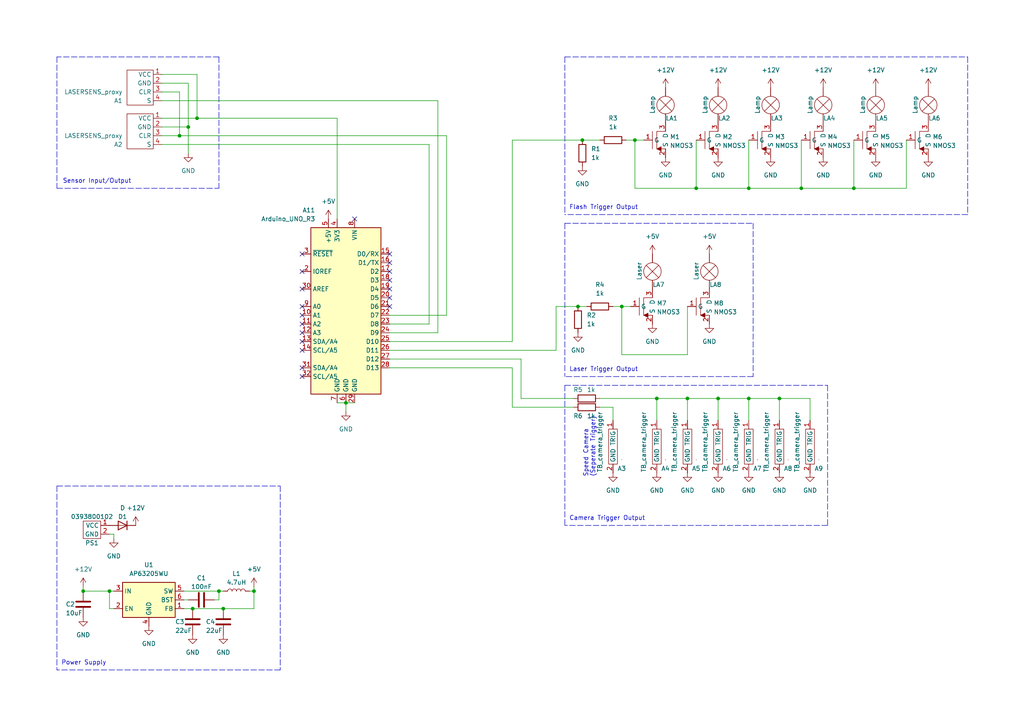
<source format=kicad_sch>
(kicad_sch (version 20211123) (generator eeschema)

  (uuid 973fa664-630b-403c-99c2-e8ce1e6761a0)

  (paper "A4")

  (title_block
    (title "SMAS Triggering Board")
    (date "2022-10-21")
    (rev "1.0")
    (company "Colorado State University")
    (comment 1 "Author: Corban Yeakley")
  )

  (lib_symbols
    (symbol "Custom:LASERSENS_proxy" (in_bom yes) (on_board yes)
      (property "Reference" "A" (id 0) (at 3.81 6.35 0)
        (effects (font (size 1.27 1.27)))
      )
      (property "Value" "LASERSENS_proxy" (id 1) (at -6.35 6.35 0)
        (effects (font (size 1.27 1.27)))
      )
      (property "Footprint" "" (id 2) (at 1.27 -1.27 0)
        (effects (font (size 1.27 1.27)) hide)
      )
      (property "Datasheet" "" (id 3) (at 1.27 -1.27 0)
        (effects (font (size 1.27 1.27)) hide)
      )
      (symbol "LASERSENS_proxy_0_1"
        (rectangle (start -3.81 5.08) (end 3.81 -5.08)
          (stroke (width 0) (type default) (color 0 0 0 0))
          (fill (type none))
        )
      )
      (symbol "LASERSENS_proxy_1_1"
        (pin input line (at 6.35 3.81 180) (length 2.54)
          (name "VCC" (effects (font (size 1.27 1.27))))
          (number "1" (effects (font (size 1.27 1.27))))
        )
        (pin input line (at 6.35 1.27 180) (length 2.54)
          (name "GND" (effects (font (size 1.27 1.27))))
          (number "2" (effects (font (size 1.27 1.27))))
        )
        (pin input line (at 6.35 -1.27 180) (length 2.54)
          (name "CLR" (effects (font (size 1.27 1.27))))
          (number "3" (effects (font (size 1.27 1.27))))
        )
        (pin input line (at 6.35 -3.81 180) (length 2.54)
          (name "S" (effects (font (size 1.27 1.27))))
          (number "4" (effects (font (size 1.27 1.27))))
        )
      )
    )
    (symbol "Custom:NMOS3" (in_bom yes) (on_board yes)
      (property "Reference" "M" (id 0) (at 1.27 0 0)
        (effects (font (size 1.27 1.27)))
      )
      (property "Value" "NMOS3" (id 1) (at -6.35 3.81 0)
        (effects (font (size 1.27 1.27)))
      )
      (property "Footprint" "" (id 2) (at 0 0 0)
        (effects (font (size 1.27 1.27)) hide)
      )
      (property "Datasheet" "" (id 3) (at 0 0 0)
        (effects (font (size 1.27 1.27)) hide)
      )
      (symbol "NMOS3_0_1"
        (polyline
          (pts
            (xy -3.81 2.54)
            (xy -3.81 -2.54)
          )
          (stroke (width 0) (type default) (color 0 0 0 0))
          (fill (type none))
        )
        (polyline
          (pts
            (xy -2.54 -2.54)
            (xy -1.27 -1.905)
            (xy -1.27 -3.175)
            (xy -2.54 -2.54)
          )
          (stroke (width 0) (type default) (color 0 0 0 0))
          (fill (type outline))
        )
        (polyline
          (pts
            (xy 0 2.54)
            (xy -2.54 2.54)
            (xy -2.54 -2.54)
            (xy 0 -2.54)
          )
          (stroke (width 0) (type default) (color 0 0 0 0))
          (fill (type none))
        )
      )
      (symbol "NMOS3_1_1"
        (pin input line (at -6.35 0 0) (length 2.54)
          (name "G" (effects (font (size 1.27 1.27))))
          (number "1" (effects (font (size 1.27 1.27))))
        )
        (pin passive line (at 0 -5.08 90) (length 2.54)
          (name "S" (effects (font (size 1.27 1.27))))
          (number "2" (effects (font (size 1.27 1.27))))
        )
        (pin passive line (at 0 5.08 270) (length 2.54)
          (name "D" (effects (font (size 1.27 1.27))))
          (number "3" (effects (font (size 1.27 1.27))))
        )
      )
    )
    (symbol "Custom:TB_camera_trigger" (in_bom yes) (on_board yes)
      (property "Reference" "A" (id 0) (at 0 -2.54 0)
        (effects (font (size 1.27 1.27)))
      )
      (property "Value" "TB_camera_trigger" (id 1) (at 0 3.81 0)
        (effects (font (size 1.27 1.27)))
      )
      (property "Footprint" "" (id 2) (at -1.27 0 0)
        (effects (font (size 1.27 1.27)) hide)
      )
      (property "Datasheet" "" (id 3) (at -1.27 0 0)
        (effects (font (size 1.27 1.27)) hide)
      )
      (symbol "TB_camera_trigger_0_1"
        (rectangle (start -5.08 1.27) (end 5.08 -1.27)
          (stroke (width 0) (type default) (color 0 0 0 0))
          (fill (type none))
        )
        (rectangle (start -3.81 -2.54) (end -3.81 -2.54)
          (stroke (width 0) (type default) (color 0 0 0 0))
          (fill (type none))
        )
        (rectangle (start -3.81 -2.54) (end -3.81 -2.54)
          (stroke (width 0) (type default) (color 0 0 0 0))
          (fill (type none))
        )
        (rectangle (start -3.81 -2.54) (end -3.81 -2.54)
          (stroke (width 0) (type default) (color 0 0 0 0))
          (fill (type none))
        )
      )
      (symbol "TB_camera_trigger_1_1"
        (pin input line (at 7.62 0 180) (length 2.54)
          (name "TRIG" (effects (font (size 1.27 1.27))))
          (number "1" (effects (font (size 1.27 1.27))))
        )
        (pin input line (at -7.62 0 0) (length 2.54)
          (name "GND" (effects (font (size 1.27 1.27))))
          (number "2" (effects (font (size 1.27 1.27))))
        )
      )
    )
    (symbol "Custom:TB_power" (in_bom yes) (on_board yes)
      (property "Reference" "PS" (id 0) (at 0 -3.81 0)
        (effects (font (size 1.27 1.27)))
      )
      (property "Value" "TB_power" (id 1) (at 0 3.81 0)
        (effects (font (size 1.27 1.27)))
      )
      (property "Footprint" "" (id 2) (at 1.27 0 0)
        (effects (font (size 1.27 1.27)) hide)
      )
      (property "Datasheet" "" (id 3) (at 1.27 0 0)
        (effects (font (size 1.27 1.27)) hide)
      )
      (symbol "TB_power_0_1"
        (rectangle (start -2.54 2.54) (end 2.54 -2.54)
          (stroke (width 0) (type default) (color 0 0 0 0))
          (fill (type none))
        )
      )
      (symbol "TB_power_1_1"
        (pin power_out line (at -5.08 1.27 0) (length 2.54)
          (name "VCC" (effects (font (size 1.27 1.27))))
          (number "1" (effects (font (size 1.27 1.27))))
        )
        (pin power_out line (at -5.08 -1.27 0) (length 2.54)
          (name "GND" (effects (font (size 1.27 1.27))))
          (number "2" (effects (font (size 1.27 1.27))))
        )
      )
    )
    (symbol "Device:C" (pin_numbers hide) (pin_names (offset 0.254)) (in_bom yes) (on_board yes)
      (property "Reference" "C" (id 0) (at 0.635 2.54 0)
        (effects (font (size 1.27 1.27)) (justify left))
      )
      (property "Value" "C" (id 1) (at 0.635 -2.54 0)
        (effects (font (size 1.27 1.27)) (justify left))
      )
      (property "Footprint" "" (id 2) (at 0.9652 -3.81 0)
        (effects (font (size 1.27 1.27)) hide)
      )
      (property "Datasheet" "~" (id 3) (at 0 0 0)
        (effects (font (size 1.27 1.27)) hide)
      )
      (property "ki_keywords" "cap capacitor" (id 4) (at 0 0 0)
        (effects (font (size 1.27 1.27)) hide)
      )
      (property "ki_description" "Unpolarized capacitor" (id 5) (at 0 0 0)
        (effects (font (size 1.27 1.27)) hide)
      )
      (property "ki_fp_filters" "C_*" (id 6) (at 0 0 0)
        (effects (font (size 1.27 1.27)) hide)
      )
      (symbol "C_0_1"
        (polyline
          (pts
            (xy -2.032 -0.762)
            (xy 2.032 -0.762)
          )
          (stroke (width 0.508) (type default) (color 0 0 0 0))
          (fill (type none))
        )
        (polyline
          (pts
            (xy -2.032 0.762)
            (xy 2.032 0.762)
          )
          (stroke (width 0.508) (type default) (color 0 0 0 0))
          (fill (type none))
        )
      )
      (symbol "C_1_1"
        (pin passive line (at 0 3.81 270) (length 2.794)
          (name "~" (effects (font (size 1.27 1.27))))
          (number "1" (effects (font (size 1.27 1.27))))
        )
        (pin passive line (at 0 -3.81 90) (length 2.794)
          (name "~" (effects (font (size 1.27 1.27))))
          (number "2" (effects (font (size 1.27 1.27))))
        )
      )
    )
    (symbol "Device:D" (pin_numbers hide) (pin_names (offset 1.016) hide) (in_bom yes) (on_board yes)
      (property "Reference" "D1" (id 0) (at 0 -2.54 0)
        (effects (font (size 1.27 1.27)))
      )
      (property "Value" "D" (id 1) (at 0 -5.08 0)
        (effects (font (size 1.27 1.27)))
      )
      (property "Footprint" "Package_TO_SOT_SMD:TO-277B" (id 2) (at -5.08 6.35 0)
        (effects (font (size 1.27 1.27)) hide)
      )
      (property "Datasheet" "~" (id 3) (at 0 0 0)
        (effects (font (size 1.27 1.27)) hide)
      )
      (property "ki_keywords" "diode" (id 4) (at 0 0 0)
        (effects (font (size 1.27 1.27)) hide)
      )
      (property "ki_description" "Diode" (id 5) (at 0 0 0)
        (effects (font (size 1.27 1.27)) hide)
      )
      (property "ki_fp_filters" "TO-???* *_Diode_* *SingleDiode* D_*" (id 6) (at 0 0 0)
        (effects (font (size 1.27 1.27)) hide)
      )
      (symbol "D_0_1"
        (polyline
          (pts
            (xy -1.27 1.27)
            (xy -1.27 -1.27)
          )
          (stroke (width 0.254) (type default) (color 0 0 0 0))
          (fill (type none))
        )
        (polyline
          (pts
            (xy 1.27 0)
            (xy -1.27 0)
          )
          (stroke (width 0) (type default) (color 0 0 0 0))
          (fill (type none))
        )
        (polyline
          (pts
            (xy 1.27 1.27)
            (xy 1.27 -1.27)
            (xy -1.27 0)
            (xy 1.27 1.27)
          )
          (stroke (width 0.254) (type default) (color 0 0 0 0))
          (fill (type none))
        )
      )
      (symbol "D_1_1"
        (pin passive line (at 3.81 0 180) (length 2.54)
          (name "A" (effects (font (size 1.27 1.27))))
          (number "1" (effects (font (size 1.27 1.27))))
        )
        (pin passive line (at -3.81 0 0) (length 2.54)
          (name "K" (effects (font (size 1.27 1.27))))
          (number "2" (effects (font (size 1.27 1.27))))
        )
      )
    )
    (symbol "Device:L" (pin_numbers hide) (pin_names (offset 1.016) hide) (in_bom yes) (on_board yes)
      (property "Reference" "L" (id 0) (at -1.27 0 90)
        (effects (font (size 1.27 1.27)))
      )
      (property "Value" "L" (id 1) (at 1.905 0 90)
        (effects (font (size 1.27 1.27)))
      )
      (property "Footprint" "" (id 2) (at 0 0 0)
        (effects (font (size 1.27 1.27)) hide)
      )
      (property "Datasheet" "~" (id 3) (at 0 0 0)
        (effects (font (size 1.27 1.27)) hide)
      )
      (property "ki_keywords" "inductor choke coil reactor magnetic" (id 4) (at 0 0 0)
        (effects (font (size 1.27 1.27)) hide)
      )
      (property "ki_description" "Inductor" (id 5) (at 0 0 0)
        (effects (font (size 1.27 1.27)) hide)
      )
      (property "ki_fp_filters" "Choke_* *Coil* Inductor_* L_*" (id 6) (at 0 0 0)
        (effects (font (size 1.27 1.27)) hide)
      )
      (symbol "L_0_1"
        (arc (start 0 -2.54) (mid 0.635 -1.905) (end 0 -1.27)
          (stroke (width 0) (type default) (color 0 0 0 0))
          (fill (type none))
        )
        (arc (start 0 -1.27) (mid 0.635 -0.635) (end 0 0)
          (stroke (width 0) (type default) (color 0 0 0 0))
          (fill (type none))
        )
        (arc (start 0 0) (mid 0.635 0.635) (end 0 1.27)
          (stroke (width 0) (type default) (color 0 0 0 0))
          (fill (type none))
        )
        (arc (start 0 1.27) (mid 0.635 1.905) (end 0 2.54)
          (stroke (width 0) (type default) (color 0 0 0 0))
          (fill (type none))
        )
      )
      (symbol "L_1_1"
        (pin passive line (at 0 3.81 270) (length 1.27)
          (name "1" (effects (font (size 1.27 1.27))))
          (number "1" (effects (font (size 1.27 1.27))))
        )
        (pin passive line (at 0 -3.81 90) (length 1.27)
          (name "2" (effects (font (size 1.27 1.27))))
          (number "2" (effects (font (size 1.27 1.27))))
        )
      )
    )
    (symbol "Device:Lamp" (pin_numbers hide) (pin_names (offset 0.0254) hide) (in_bom yes) (on_board yes)
      (property "Reference" "LA" (id 0) (at 0.635 3.81 0)
        (effects (font (size 1.27 1.27)) (justify left))
      )
      (property "Value" "Lamp" (id 1) (at 0.635 -3.81 0)
        (effects (font (size 1.27 1.27)) (justify left))
      )
      (property "Footprint" "" (id 2) (at 0 2.54 90)
        (effects (font (size 1.27 1.27)) hide)
      )
      (property "Datasheet" "~" (id 3) (at 0 2.54 90)
        (effects (font (size 1.27 1.27)) hide)
      )
      (property "ki_keywords" "lamp" (id 4) (at 0 0 0)
        (effects (font (size 1.27 1.27)) hide)
      )
      (property "ki_description" "Lamp" (id 5) (at 0 0 0)
        (effects (font (size 1.27 1.27)) hide)
      )
      (symbol "Lamp_0_1"
        (polyline
          (pts
            (xy -1.778 1.778)
            (xy 1.778 -1.778)
          )
          (stroke (width 0) (type default) (color 0 0 0 0))
          (fill (type none))
        )
        (polyline
          (pts
            (xy 1.778 1.778)
            (xy -1.778 -1.778)
          )
          (stroke (width 0) (type default) (color 0 0 0 0))
          (fill (type none))
        )
        (circle (center 0 0) (radius 2.54)
          (stroke (width 0) (type default) (color 0 0 0 0))
          (fill (type none))
        )
      )
      (symbol "Lamp_1_1"
        (pin passive line (at 0 -5.08 90) (length 2.54)
          (name "-" (effects (font (size 1.27 1.27))))
          (number "1" (effects (font (size 1.27 1.27))))
        )
        (pin passive line (at 0 5.08 270) (length 2.54)
          (name "+" (effects (font (size 1.27 1.27))))
          (number "2" (effects (font (size 1.27 1.27))))
        )
      )
    )
    (symbol "Device:R" (pin_numbers hide) (pin_names (offset 0)) (in_bom yes) (on_board yes)
      (property "Reference" "R" (id 0) (at 2.032 0 90)
        (effects (font (size 1.27 1.27)))
      )
      (property "Value" "R" (id 1) (at 0 0 90)
        (effects (font (size 1.27 1.27)))
      )
      (property "Footprint" "" (id 2) (at -1.778 0 90)
        (effects (font (size 1.27 1.27)) hide)
      )
      (property "Datasheet" "~" (id 3) (at 0 0 0)
        (effects (font (size 1.27 1.27)) hide)
      )
      (property "ki_keywords" "R res resistor" (id 4) (at 0 0 0)
        (effects (font (size 1.27 1.27)) hide)
      )
      (property "ki_description" "Resistor" (id 5) (at 0 0 0)
        (effects (font (size 1.27 1.27)) hide)
      )
      (property "ki_fp_filters" "R_*" (id 6) (at 0 0 0)
        (effects (font (size 1.27 1.27)) hide)
      )
      (symbol "R_0_1"
        (rectangle (start -1.016 -2.54) (end 1.016 2.54)
          (stroke (width 0.254) (type default) (color 0 0 0 0))
          (fill (type none))
        )
      )
      (symbol "R_1_1"
        (pin passive line (at 0 3.81 270) (length 1.27)
          (name "~" (effects (font (size 1.27 1.27))))
          (number "1" (effects (font (size 1.27 1.27))))
        )
        (pin passive line (at 0 -3.81 90) (length 1.27)
          (name "~" (effects (font (size 1.27 1.27))))
          (number "2" (effects (font (size 1.27 1.27))))
        )
      )
    )
    (symbol "MCU_Module:Arduino_UNO_R3" (in_bom yes) (on_board yes)
      (property "Reference" "A" (id 0) (at -10.16 23.495 0)
        (effects (font (size 1.27 1.27)) (justify left bottom))
      )
      (property "Value" "Arduino_UNO_R3" (id 1) (at 5.08 -26.67 0)
        (effects (font (size 1.27 1.27)) (justify left top))
      )
      (property "Footprint" "Module:Arduino_UNO_R3" (id 2) (at 0 0 0)
        (effects (font (size 1.27 1.27) italic) hide)
      )
      (property "Datasheet" "https://www.arduino.cc/en/Main/arduinoBoardUno" (id 3) (at 0 0 0)
        (effects (font (size 1.27 1.27)) hide)
      )
      (property "ki_keywords" "Arduino UNO R3 Microcontroller Module Atmel AVR USB" (id 4) (at 0 0 0)
        (effects (font (size 1.27 1.27)) hide)
      )
      (property "ki_description" "Arduino UNO Microcontroller Module, release 3" (id 5) (at 0 0 0)
        (effects (font (size 1.27 1.27)) hide)
      )
      (property "ki_fp_filters" "Arduino*UNO*R3*" (id 6) (at 0 0 0)
        (effects (font (size 1.27 1.27)) hide)
      )
      (symbol "Arduino_UNO_R3_0_1"
        (rectangle (start -10.16 22.86) (end 10.16 -25.4)
          (stroke (width 0.254) (type default) (color 0 0 0 0))
          (fill (type background))
        )
      )
      (symbol "Arduino_UNO_R3_1_1"
        (pin no_connect line (at -10.16 -20.32 0) (length 2.54) hide
          (name "NC" (effects (font (size 1.27 1.27))))
          (number "1" (effects (font (size 1.27 1.27))))
        )
        (pin bidirectional line (at 12.7 -2.54 180) (length 2.54)
          (name "A1" (effects (font (size 1.27 1.27))))
          (number "10" (effects (font (size 1.27 1.27))))
        )
        (pin bidirectional line (at 12.7 -5.08 180) (length 2.54)
          (name "A2" (effects (font (size 1.27 1.27))))
          (number "11" (effects (font (size 1.27 1.27))))
        )
        (pin bidirectional line (at 12.7 -7.62 180) (length 2.54)
          (name "A3" (effects (font (size 1.27 1.27))))
          (number "12" (effects (font (size 1.27 1.27))))
        )
        (pin bidirectional line (at 12.7 -10.16 180) (length 2.54)
          (name "SDA/A4" (effects (font (size 1.27 1.27))))
          (number "13" (effects (font (size 1.27 1.27))))
        )
        (pin bidirectional line (at 12.7 -12.7 180) (length 2.54)
          (name "SCL/A5" (effects (font (size 1.27 1.27))))
          (number "14" (effects (font (size 1.27 1.27))))
        )
        (pin bidirectional line (at -12.7 15.24 0) (length 2.54)
          (name "D0/RX" (effects (font (size 1.27 1.27))))
          (number "15" (effects (font (size 1.27 1.27))))
        )
        (pin bidirectional line (at -12.7 12.7 0) (length 2.54)
          (name "D1/TX" (effects (font (size 1.27 1.27))))
          (number "16" (effects (font (size 1.27 1.27))))
        )
        (pin bidirectional line (at -12.7 10.16 0) (length 2.54)
          (name "D2" (effects (font (size 1.27 1.27))))
          (number "17" (effects (font (size 1.27 1.27))))
        )
        (pin bidirectional line (at -12.7 7.62 0) (length 2.54)
          (name "D3" (effects (font (size 1.27 1.27))))
          (number "18" (effects (font (size 1.27 1.27))))
        )
        (pin bidirectional line (at -12.7 5.08 0) (length 2.54)
          (name "D4" (effects (font (size 1.27 1.27))))
          (number "19" (effects (font (size 1.27 1.27))))
        )
        (pin output line (at 12.7 10.16 180) (length 2.54)
          (name "IOREF" (effects (font (size 1.27 1.27))))
          (number "2" (effects (font (size 1.27 1.27))))
        )
        (pin bidirectional line (at -12.7 2.54 0) (length 2.54)
          (name "D5" (effects (font (size 1.27 1.27))))
          (number "20" (effects (font (size 1.27 1.27))))
        )
        (pin bidirectional line (at -12.7 0 0) (length 2.54)
          (name "D6" (effects (font (size 1.27 1.27))))
          (number "21" (effects (font (size 1.27 1.27))))
        )
        (pin bidirectional line (at -12.7 -2.54 0) (length 2.54)
          (name "D7" (effects (font (size 1.27 1.27))))
          (number "22" (effects (font (size 1.27 1.27))))
        )
        (pin bidirectional line (at -12.7 -5.08 0) (length 2.54)
          (name "D8" (effects (font (size 1.27 1.27))))
          (number "23" (effects (font (size 1.27 1.27))))
        )
        (pin bidirectional line (at -12.7 -7.62 0) (length 2.54)
          (name "D9" (effects (font (size 1.27 1.27))))
          (number "24" (effects (font (size 1.27 1.27))))
        )
        (pin bidirectional line (at -12.7 -10.16 0) (length 2.54)
          (name "D10" (effects (font (size 1.27 1.27))))
          (number "25" (effects (font (size 1.27 1.27))))
        )
        (pin bidirectional line (at -12.7 -12.7 0) (length 2.54)
          (name "D11" (effects (font (size 1.27 1.27))))
          (number "26" (effects (font (size 1.27 1.27))))
        )
        (pin bidirectional line (at -12.7 -15.24 0) (length 2.54)
          (name "D12" (effects (font (size 1.27 1.27))))
          (number "27" (effects (font (size 1.27 1.27))))
        )
        (pin bidirectional line (at -12.7 -17.78 0) (length 2.54)
          (name "D13" (effects (font (size 1.27 1.27))))
          (number "28" (effects (font (size 1.27 1.27))))
        )
        (pin power_in line (at -2.54 -27.94 90) (length 2.54)
          (name "GND" (effects (font (size 1.27 1.27))))
          (number "29" (effects (font (size 1.27 1.27))))
        )
        (pin input line (at 12.7 15.24 180) (length 2.54)
          (name "~{RESET}" (effects (font (size 1.27 1.27))))
          (number "3" (effects (font (size 1.27 1.27))))
        )
        (pin input line (at 12.7 5.08 180) (length 2.54)
          (name "AREF" (effects (font (size 1.27 1.27))))
          (number "30" (effects (font (size 1.27 1.27))))
        )
        (pin bidirectional line (at 12.7 -17.78 180) (length 2.54)
          (name "SDA/A4" (effects (font (size 1.27 1.27))))
          (number "31" (effects (font (size 1.27 1.27))))
        )
        (pin bidirectional line (at 12.7 -20.32 180) (length 2.54)
          (name "SCL/A5" (effects (font (size 1.27 1.27))))
          (number "32" (effects (font (size 1.27 1.27))))
        )
        (pin power_out line (at 2.54 25.4 270) (length 2.54)
          (name "3V3" (effects (font (size 1.27 1.27))))
          (number "4" (effects (font (size 1.27 1.27))))
        )
        (pin power_out line (at 5.08 25.4 270) (length 2.54)
          (name "+5V" (effects (font (size 1.27 1.27))))
          (number "5" (effects (font (size 1.27 1.27))))
        )
        (pin power_in line (at 0 -27.94 90) (length 2.54)
          (name "GND" (effects (font (size 1.27 1.27))))
          (number "6" (effects (font (size 1.27 1.27))))
        )
        (pin power_in line (at 2.54 -27.94 90) (length 2.54)
          (name "GND" (effects (font (size 1.27 1.27))))
          (number "7" (effects (font (size 1.27 1.27))))
        )
        (pin power_in line (at -2.54 25.4 270) (length 2.54)
          (name "VIN" (effects (font (size 1.27 1.27))))
          (number "8" (effects (font (size 1.27 1.27))))
        )
        (pin bidirectional line (at 12.7 0 180) (length 2.54)
          (name "A0" (effects (font (size 1.27 1.27))))
          (number "9" (effects (font (size 1.27 1.27))))
        )
      )
    )
    (symbol "NMOS3_1" (in_bom yes) (on_board yes)
      (property "Reference" "M" (id 0) (at 1.27 0 0)
        (effects (font (size 1.27 1.27)))
      )
      (property "Value" "NMOS3_1" (id 1) (at -6.35 3.81 0)
        (effects (font (size 1.27 1.27)))
      )
      (property "Footprint" "" (id 2) (at 0 0 0)
        (effects (font (size 1.27 1.27)) hide)
      )
      (property "Datasheet" "" (id 3) (at 0 0 0)
        (effects (font (size 1.27 1.27)) hide)
      )
      (symbol "NMOS3_1_0_1"
        (polyline
          (pts
            (xy -3.81 2.54)
            (xy -3.81 -2.54)
          )
          (stroke (width 0) (type default) (color 0 0 0 0))
          (fill (type none))
        )
        (polyline
          (pts
            (xy -2.54 -2.54)
            (xy -1.27 -1.905)
            (xy -1.27 -3.175)
            (xy -2.54 -2.54)
          )
          (stroke (width 0) (type default) (color 0 0 0 0))
          (fill (type outline))
        )
        (polyline
          (pts
            (xy 0 2.54)
            (xy -2.54 2.54)
            (xy -2.54 -2.54)
            (xy 0 -2.54)
          )
          (stroke (width 0) (type default) (color 0 0 0 0))
          (fill (type none))
        )
      )
      (symbol "NMOS3_1_1_1"
        (pin input line (at -6.35 0 0) (length 2.54)
          (name "G" (effects (font (size 1.27 1.27))))
          (number "1" (effects (font (size 1.27 1.27))))
        )
        (pin passive line (at 0 -5.08 90) (length 2.54)
          (name "S" (effects (font (size 1.27 1.27))))
          (number "2" (effects (font (size 1.27 1.27))))
        )
        (pin passive line (at 0 5.08 270) (length 2.54)
          (name "D" (effects (font (size 1.27 1.27))))
          (number "3" (effects (font (size 1.27 1.27))))
        )
      )
    )
    (symbol "NMOS3_2" (in_bom yes) (on_board yes)
      (property "Reference" "M" (id 0) (at 1.27 0 0)
        (effects (font (size 1.27 1.27)))
      )
      (property "Value" "NMOS3_2" (id 1) (at -6.35 3.81 0)
        (effects (font (size 1.27 1.27)))
      )
      (property "Footprint" "" (id 2) (at 0 0 0)
        (effects (font (size 1.27 1.27)) hide)
      )
      (property "Datasheet" "" (id 3) (at 0 0 0)
        (effects (font (size 1.27 1.27)) hide)
      )
      (symbol "NMOS3_2_0_1"
        (polyline
          (pts
            (xy -3.81 2.54)
            (xy -3.81 -2.54)
          )
          (stroke (width 0) (type default) (color 0 0 0 0))
          (fill (type none))
        )
        (polyline
          (pts
            (xy -2.54 -2.54)
            (xy -1.27 -1.905)
            (xy -1.27 -3.175)
            (xy -2.54 -2.54)
          )
          (stroke (width 0) (type default) (color 0 0 0 0))
          (fill (type outline))
        )
        (polyline
          (pts
            (xy 0 2.54)
            (xy -2.54 2.54)
            (xy -2.54 -2.54)
            (xy 0 -2.54)
          )
          (stroke (width 0) (type default) (color 0 0 0 0))
          (fill (type none))
        )
      )
      (symbol "NMOS3_2_1_1"
        (pin input line (at -6.35 0 0) (length 2.54)
          (name "G" (effects (font (size 1.27 1.27))))
          (number "1" (effects (font (size 1.27 1.27))))
        )
        (pin passive line (at 0 -5.08 90) (length 2.54)
          (name "S" (effects (font (size 1.27 1.27))))
          (number "2" (effects (font (size 1.27 1.27))))
        )
        (pin passive line (at 0 5.08 270) (length 2.54)
          (name "D" (effects (font (size 1.27 1.27))))
          (number "3" (effects (font (size 1.27 1.27))))
        )
      )
    )
    (symbol "NMOS3_3" (in_bom yes) (on_board yes)
      (property "Reference" "M" (id 0) (at 1.27 0 0)
        (effects (font (size 1.27 1.27)))
      )
      (property "Value" "NMOS3_3" (id 1) (at -6.35 3.81 0)
        (effects (font (size 1.27 1.27)))
      )
      (property "Footprint" "" (id 2) (at 0 0 0)
        (effects (font (size 1.27 1.27)) hide)
      )
      (property "Datasheet" "" (id 3) (at 0 0 0)
        (effects (font (size 1.27 1.27)) hide)
      )
      (symbol "NMOS3_3_0_1"
        (polyline
          (pts
            (xy -3.81 2.54)
            (xy -3.81 -2.54)
          )
          (stroke (width 0) (type default) (color 0 0 0 0))
          (fill (type none))
        )
        (polyline
          (pts
            (xy -2.54 -2.54)
            (xy -1.27 -1.905)
            (xy -1.27 -3.175)
            (xy -2.54 -2.54)
          )
          (stroke (width 0) (type default) (color 0 0 0 0))
          (fill (type outline))
        )
        (polyline
          (pts
            (xy 0 2.54)
            (xy -2.54 2.54)
            (xy -2.54 -2.54)
            (xy 0 -2.54)
          )
          (stroke (width 0) (type default) (color 0 0 0 0))
          (fill (type none))
        )
      )
      (symbol "NMOS3_3_1_1"
        (pin input line (at -6.35 0 0) (length 2.54)
          (name "G" (effects (font (size 1.27 1.27))))
          (number "1" (effects (font (size 1.27 1.27))))
        )
        (pin passive line (at 0 -5.08 90) (length 2.54)
          (name "S" (effects (font (size 1.27 1.27))))
          (number "2" (effects (font (size 1.27 1.27))))
        )
        (pin passive line (at 0 5.08 270) (length 2.54)
          (name "D" (effects (font (size 1.27 1.27))))
          (number "3" (effects (font (size 1.27 1.27))))
        )
      )
    )
    (symbol "NMOS3_4" (in_bom yes) (on_board yes)
      (property "Reference" "M" (id 0) (at 1.27 0 0)
        (effects (font (size 1.27 1.27)))
      )
      (property "Value" "NMOS3_4" (id 1) (at -6.35 3.81 0)
        (effects (font (size 1.27 1.27)))
      )
      (property "Footprint" "" (id 2) (at 0 0 0)
        (effects (font (size 1.27 1.27)) hide)
      )
      (property "Datasheet" "" (id 3) (at 0 0 0)
        (effects (font (size 1.27 1.27)) hide)
      )
      (symbol "NMOS3_4_0_1"
        (polyline
          (pts
            (xy -3.81 2.54)
            (xy -3.81 -2.54)
          )
          (stroke (width 0) (type default) (color 0 0 0 0))
          (fill (type none))
        )
        (polyline
          (pts
            (xy -2.54 -2.54)
            (xy -1.27 -1.905)
            (xy -1.27 -3.175)
            (xy -2.54 -2.54)
          )
          (stroke (width 0) (type default) (color 0 0 0 0))
          (fill (type outline))
        )
        (polyline
          (pts
            (xy 0 2.54)
            (xy -2.54 2.54)
            (xy -2.54 -2.54)
            (xy 0 -2.54)
          )
          (stroke (width 0) (type default) (color 0 0 0 0))
          (fill (type none))
        )
      )
      (symbol "NMOS3_4_1_1"
        (pin input line (at -6.35 0 0) (length 2.54)
          (name "G" (effects (font (size 1.27 1.27))))
          (number "1" (effects (font (size 1.27 1.27))))
        )
        (pin passive line (at 0 -5.08 90) (length 2.54)
          (name "S" (effects (font (size 1.27 1.27))))
          (number "2" (effects (font (size 1.27 1.27))))
        )
        (pin passive line (at 0 5.08 270) (length 2.54)
          (name "D" (effects (font (size 1.27 1.27))))
          (number "3" (effects (font (size 1.27 1.27))))
        )
      )
    )
    (symbol "NMOS3_5" (in_bom yes) (on_board yes)
      (property "Reference" "M" (id 0) (at 1.27 0 0)
        (effects (font (size 1.27 1.27)))
      )
      (property "Value" "NMOS3_5" (id 1) (at -6.35 3.81 0)
        (effects (font (size 1.27 1.27)))
      )
      (property "Footprint" "" (id 2) (at 0 0 0)
        (effects (font (size 1.27 1.27)) hide)
      )
      (property "Datasheet" "" (id 3) (at 0 0 0)
        (effects (font (size 1.27 1.27)) hide)
      )
      (symbol "NMOS3_5_0_1"
        (polyline
          (pts
            (xy -3.81 2.54)
            (xy -3.81 -2.54)
          )
          (stroke (width 0) (type default) (color 0 0 0 0))
          (fill (type none))
        )
        (polyline
          (pts
            (xy -2.54 -2.54)
            (xy -1.27 -1.905)
            (xy -1.27 -3.175)
            (xy -2.54 -2.54)
          )
          (stroke (width 0) (type default) (color 0 0 0 0))
          (fill (type outline))
        )
        (polyline
          (pts
            (xy 0 2.54)
            (xy -2.54 2.54)
            (xy -2.54 -2.54)
            (xy 0 -2.54)
          )
          (stroke (width 0) (type default) (color 0 0 0 0))
          (fill (type none))
        )
      )
      (symbol "NMOS3_5_1_1"
        (pin input line (at -6.35 0 0) (length 2.54)
          (name "G" (effects (font (size 1.27 1.27))))
          (number "1" (effects (font (size 1.27 1.27))))
        )
        (pin passive line (at 0 -5.08 90) (length 2.54)
          (name "S" (effects (font (size 1.27 1.27))))
          (number "2" (effects (font (size 1.27 1.27))))
        )
        (pin passive line (at 0 5.08 270) (length 2.54)
          (name "D" (effects (font (size 1.27 1.27))))
          (number "3" (effects (font (size 1.27 1.27))))
        )
      )
    )
    (symbol "NMOS3_6" (in_bom yes) (on_board yes)
      (property "Reference" "M" (id 0) (at 1.27 0 0)
        (effects (font (size 1.27 1.27)))
      )
      (property "Value" "NMOS3_6" (id 1) (at -6.35 3.81 0)
        (effects (font (size 1.27 1.27)))
      )
      (property "Footprint" "" (id 2) (at 0 0 0)
        (effects (font (size 1.27 1.27)) hide)
      )
      (property "Datasheet" "" (id 3) (at 0 0 0)
        (effects (font (size 1.27 1.27)) hide)
      )
      (symbol "NMOS3_6_0_1"
        (polyline
          (pts
            (xy -3.81 2.54)
            (xy -3.81 -2.54)
          )
          (stroke (width 0) (type default) (color 0 0 0 0))
          (fill (type none))
        )
        (polyline
          (pts
            (xy -2.54 -2.54)
            (xy -1.27 -1.905)
            (xy -1.27 -3.175)
            (xy -2.54 -2.54)
          )
          (stroke (width 0) (type default) (color 0 0 0 0))
          (fill (type outline))
        )
        (polyline
          (pts
            (xy 0 2.54)
            (xy -2.54 2.54)
            (xy -2.54 -2.54)
            (xy 0 -2.54)
          )
          (stroke (width 0) (type default) (color 0 0 0 0))
          (fill (type none))
        )
      )
      (symbol "NMOS3_6_1_1"
        (pin input line (at -6.35 0 0) (length 2.54)
          (name "G" (effects (font (size 1.27 1.27))))
          (number "1" (effects (font (size 1.27 1.27))))
        )
        (pin passive line (at 0 -5.08 90) (length 2.54)
          (name "S" (effects (font (size 1.27 1.27))))
          (number "2" (effects (font (size 1.27 1.27))))
        )
        (pin passive line (at 0 5.08 270) (length 2.54)
          (name "D" (effects (font (size 1.27 1.27))))
          (number "3" (effects (font (size 1.27 1.27))))
        )
      )
    )
    (symbol "NMOS3_7" (in_bom yes) (on_board yes)
      (property "Reference" "M" (id 0) (at 1.27 0 0)
        (effects (font (size 1.27 1.27)))
      )
      (property "Value" "NMOS3_7" (id 1) (at -6.35 3.81 0)
        (effects (font (size 1.27 1.27)))
      )
      (property "Footprint" "" (id 2) (at 0 0 0)
        (effects (font (size 1.27 1.27)) hide)
      )
      (property "Datasheet" "" (id 3) (at 0 0 0)
        (effects (font (size 1.27 1.27)) hide)
      )
      (symbol "NMOS3_7_0_1"
        (polyline
          (pts
            (xy -3.81 2.54)
            (xy -3.81 -2.54)
          )
          (stroke (width 0) (type default) (color 0 0 0 0))
          (fill (type none))
        )
        (polyline
          (pts
            (xy -2.54 -2.54)
            (xy -1.27 -1.905)
            (xy -1.27 -3.175)
            (xy -2.54 -2.54)
          )
          (stroke (width 0) (type default) (color 0 0 0 0))
          (fill (type outline))
        )
        (polyline
          (pts
            (xy 0 2.54)
            (xy -2.54 2.54)
            (xy -2.54 -2.54)
            (xy 0 -2.54)
          )
          (stroke (width 0) (type default) (color 0 0 0 0))
          (fill (type none))
        )
      )
      (symbol "NMOS3_7_1_1"
        (pin input line (at -6.35 0 0) (length 2.54)
          (name "G" (effects (font (size 1.27 1.27))))
          (number "1" (effects (font (size 1.27 1.27))))
        )
        (pin passive line (at 0 -5.08 90) (length 2.54)
          (name "S" (effects (font (size 1.27 1.27))))
          (number "2" (effects (font (size 1.27 1.27))))
        )
        (pin passive line (at 0 5.08 270) (length 2.54)
          (name "D" (effects (font (size 1.27 1.27))))
          (number "3" (effects (font (size 1.27 1.27))))
        )
      )
    )
    (symbol "Regulator_Switching:AP63205WU" (in_bom yes) (on_board yes)
      (property "Reference" "U" (id 0) (at -7.62 6.35 0)
        (effects (font (size 1.27 1.27)))
      )
      (property "Value" "AP63205WU" (id 1) (at 2.54 6.35 0)
        (effects (font (size 1.27 1.27)))
      )
      (property "Footprint" "Package_TO_SOT_SMD:TSOT-23-6" (id 2) (at 0 -22.86 0)
        (effects (font (size 1.27 1.27)) hide)
      )
      (property "Datasheet" "https://www.diodes.com/assets/Datasheets/AP63200-AP63201-AP63203-AP63205.pdf" (id 3) (at 0 0 0)
        (effects (font (size 1.27 1.27)) hide)
      )
      (property "ki_keywords" "2A Buck DC/DC" (id 4) (at 0 0 0)
        (effects (font (size 1.27 1.27)) hide)
      )
      (property "ki_description" "2A, 1.1MHz Buck DC/DC Converter, fixed 5.0V output voltage, TSOT-23-6" (id 5) (at 0 0 0)
        (effects (font (size 1.27 1.27)) hide)
      )
      (property "ki_fp_filters" "TSOT?23*" (id 6) (at 0 0 0)
        (effects (font (size 1.27 1.27)) hide)
      )
      (symbol "AP63205WU_0_1"
        (rectangle (start -7.62 5.08) (end 7.62 -5.08)
          (stroke (width 0.254) (type default) (color 0 0 0 0))
          (fill (type background))
        )
      )
      (symbol "AP63205WU_1_1"
        (pin input line (at 10.16 -2.54 180) (length 2.54)
          (name "FB" (effects (font (size 1.27 1.27))))
          (number "1" (effects (font (size 1.27 1.27))))
        )
        (pin input line (at -10.16 -2.54 0) (length 2.54)
          (name "EN" (effects (font (size 1.27 1.27))))
          (number "2" (effects (font (size 1.27 1.27))))
        )
        (pin power_in line (at -10.16 2.54 0) (length 2.54)
          (name "IN" (effects (font (size 1.27 1.27))))
          (number "3" (effects (font (size 1.27 1.27))))
        )
        (pin power_in line (at 0 -7.62 90) (length 2.54)
          (name "GND" (effects (font (size 1.27 1.27))))
          (number "4" (effects (font (size 1.27 1.27))))
        )
        (pin output line (at 10.16 2.54 180) (length 2.54)
          (name "SW" (effects (font (size 1.27 1.27))))
          (number "5" (effects (font (size 1.27 1.27))))
        )
        (pin passive line (at 10.16 0 180) (length 2.54)
          (name "BST" (effects (font (size 1.27 1.27))))
          (number "6" (effects (font (size 1.27 1.27))))
        )
      )
    )
    (symbol "power:+12V" (power) (pin_names (offset 0)) (in_bom yes) (on_board yes)
      (property "Reference" "#PWR" (id 0) (at 0 -3.81 0)
        (effects (font (size 1.27 1.27)) hide)
      )
      (property "Value" "+12V" (id 1) (at 0 3.556 0)
        (effects (font (size 1.27 1.27)))
      )
      (property "Footprint" "" (id 2) (at 0 0 0)
        (effects (font (size 1.27 1.27)) hide)
      )
      (property "Datasheet" "" (id 3) (at 0 0 0)
        (effects (font (size 1.27 1.27)) hide)
      )
      (property "ki_keywords" "power-flag" (id 4) (at 0 0 0)
        (effects (font (size 1.27 1.27)) hide)
      )
      (property "ki_description" "Power symbol creates a global label with name \"+12V\"" (id 5) (at 0 0 0)
        (effects (font (size 1.27 1.27)) hide)
      )
      (symbol "+12V_0_1"
        (polyline
          (pts
            (xy -0.762 1.27)
            (xy 0 2.54)
          )
          (stroke (width 0) (type default) (color 0 0 0 0))
          (fill (type none))
        )
        (polyline
          (pts
            (xy 0 0)
            (xy 0 2.54)
          )
          (stroke (width 0) (type default) (color 0 0 0 0))
          (fill (type none))
        )
        (polyline
          (pts
            (xy 0 2.54)
            (xy 0.762 1.27)
          )
          (stroke (width 0) (type default) (color 0 0 0 0))
          (fill (type none))
        )
      )
      (symbol "+12V_1_1"
        (pin power_in line (at 0 0 90) (length 0) hide
          (name "+12V" (effects (font (size 1.27 1.27))))
          (number "1" (effects (font (size 1.27 1.27))))
        )
      )
    )
    (symbol "power:+5V" (power) (pin_names (offset 0)) (in_bom yes) (on_board yes)
      (property "Reference" "#PWR" (id 0) (at 0 -3.81 0)
        (effects (font (size 1.27 1.27)) hide)
      )
      (property "Value" "+5V" (id 1) (at 0 3.556 0)
        (effects (font (size 1.27 1.27)))
      )
      (property "Footprint" "" (id 2) (at 0 0 0)
        (effects (font (size 1.27 1.27)) hide)
      )
      (property "Datasheet" "" (id 3) (at 0 0 0)
        (effects (font (size 1.27 1.27)) hide)
      )
      (property "ki_keywords" "power-flag" (id 4) (at 0 0 0)
        (effects (font (size 1.27 1.27)) hide)
      )
      (property "ki_description" "Power symbol creates a global label with name \"+5V\"" (id 5) (at 0 0 0)
        (effects (font (size 1.27 1.27)) hide)
      )
      (symbol "+5V_0_1"
        (polyline
          (pts
            (xy -0.762 1.27)
            (xy 0 2.54)
          )
          (stroke (width 0) (type default) (color 0 0 0 0))
          (fill (type none))
        )
        (polyline
          (pts
            (xy 0 0)
            (xy 0 2.54)
          )
          (stroke (width 0) (type default) (color 0 0 0 0))
          (fill (type none))
        )
        (polyline
          (pts
            (xy 0 2.54)
            (xy 0.762 1.27)
          )
          (stroke (width 0) (type default) (color 0 0 0 0))
          (fill (type none))
        )
      )
      (symbol "+5V_1_1"
        (pin power_in line (at 0 0 90) (length 0) hide
          (name "+5V" (effects (font (size 1.27 1.27))))
          (number "1" (effects (font (size 1.27 1.27))))
        )
      )
    )
    (symbol "power:GND" (power) (pin_names (offset 0)) (in_bom yes) (on_board yes)
      (property "Reference" "#PWR" (id 0) (at 0 -6.35 0)
        (effects (font (size 1.27 1.27)) hide)
      )
      (property "Value" "GND" (id 1) (at 0 -3.81 0)
        (effects (font (size 1.27 1.27)))
      )
      (property "Footprint" "" (id 2) (at 0 0 0)
        (effects (font (size 1.27 1.27)) hide)
      )
      (property "Datasheet" "" (id 3) (at 0 0 0)
        (effects (font (size 1.27 1.27)) hide)
      )
      (property "ki_keywords" "power-flag" (id 4) (at 0 0 0)
        (effects (font (size 1.27 1.27)) hide)
      )
      (property "ki_description" "Power symbol creates a global label with name \"GND\" , ground" (id 5) (at 0 0 0)
        (effects (font (size 1.27 1.27)) hide)
      )
      (symbol "GND_0_1"
        (polyline
          (pts
            (xy 0 0)
            (xy 0 -1.27)
            (xy 1.27 -1.27)
            (xy 0 -2.54)
            (xy -1.27 -1.27)
            (xy 0 -1.27)
          )
          (stroke (width 0) (type default) (color 0 0 0 0))
          (fill (type none))
        )
      )
      (symbol "GND_1_1"
        (pin power_in line (at 0 0 270) (length 0) hide
          (name "GND" (effects (font (size 1.27 1.27))))
          (number "1" (effects (font (size 1.27 1.27))))
        )
      )
    )
  )


  (junction (at 31.75 171.45) (diameter 0) (color 0 0 0 0)
    (uuid 00ed0a31-4b1e-4e76-b779-70779d148bf8)
  )
  (junction (at 54.61 36.83) (diameter 0) (color 0 0 0 0)
    (uuid 2957f07b-2fab-4af4-8dfe-afd3a6a435cf)
  )
  (junction (at 247.65 54.61) (diameter 0) (color 0 0 0 0)
    (uuid 450b36ea-54b6-4128-a80c-171199522b7f)
  )
  (junction (at 184.15 40.64) (diameter 0) (color 0 0 0 0)
    (uuid 48f0cde5-b02b-4d55-a212-93fe5c007ed3)
  )
  (junction (at 217.17 54.61) (diameter 0) (color 0 0 0 0)
    (uuid 4a429e2a-708c-4959-9e8c-c39586948229)
  )
  (junction (at 217.17 115.57) (diameter 0) (color 0 0 0 0)
    (uuid 4be6a942-1876-4f2b-9317-2fd5531b8ea0)
  )
  (junction (at 232.41 54.61) (diameter 0) (color 0 0 0 0)
    (uuid 4f1b5064-817b-472a-bbd6-59d36f1bc3d4)
  )
  (junction (at 57.15 34.29) (diameter 0) (color 0 0 0 0)
    (uuid 52d7c9db-62b3-4fc2-abd4-d27361ac3398)
  )
  (junction (at 100.33 116.84) (diameter 0) (color 0 0 0 0)
    (uuid 5ce92065-6d0f-49de-b921-54b3b3e86e81)
  )
  (junction (at 63.5 171.45) (diameter 0) (color 0 0 0 0)
    (uuid 5e8d497d-b274-4529-ad6e-46bb71be0a50)
  )
  (junction (at 168.91 40.64) (diameter 0) (color 0 0 0 0)
    (uuid 75421c4e-96c6-4aa3-b3c4-185c765df330)
  )
  (junction (at 167.64 88.9) (diameter 0) (color 0 0 0 0)
    (uuid 85eef29e-2333-435e-a431-14108d438aa4)
  )
  (junction (at 208.28 115.57) (diameter 0) (color 0 0 0 0)
    (uuid 8c4c5acb-94fa-4e39-b3ce-8429acd52b2c)
  )
  (junction (at 190.5 115.57) (diameter 0) (color 0 0 0 0)
    (uuid 92f4bbb7-f1b9-4cb5-9743-f758bde9e309)
  )
  (junction (at 226.06 115.57) (diameter 0) (color 0 0 0 0)
    (uuid af24dce0-099f-421d-b5aa-ee7d6f557924)
  )
  (junction (at 52.07 39.37) (diameter 0) (color 0 0 0 0)
    (uuid b969553d-2f64-48d5-a943-2c3f28c95b9c)
  )
  (junction (at 64.77 176.53) (diameter 0) (color 0 0 0 0)
    (uuid b9ecfe45-d474-4a51-8c15-e960091db9f6)
  )
  (junction (at 201.93 54.61) (diameter 0) (color 0 0 0 0)
    (uuid c60473d0-c30c-4f6b-abd9-0704364c51d7)
  )
  (junction (at 180.34 88.9) (diameter 0) (color 0 0 0 0)
    (uuid d3c70233-a015-447b-8fec-6f972a49a897)
  )
  (junction (at 199.39 115.57) (diameter 0) (color 0 0 0 0)
    (uuid e14b092c-e2e8-463c-b600-cc72c8466049)
  )
  (junction (at 24.13 171.45) (diameter 0) (color 0 0 0 0)
    (uuid fc311d1b-4d37-42df-8cc1-99dac6362d42)
  )
  (junction (at 55.88 176.53) (diameter 0) (color 0 0 0 0)
    (uuid fd368dee-7d4b-42be-8f09-41a385efac37)
  )
  (junction (at 73.66 171.45) (diameter 0) (color 0 0 0 0)
    (uuid ff185927-891c-408e-b841-4f61a601d8bb)
  )

  (no_connect (at 113.03 76.2) (uuid 20f7e988-5dca-4100-bfd6-4d8ed9e786a3))
  (no_connect (at 87.63 101.6) (uuid 24f12d27-1af1-4e3e-b99a-ee157e35c09f))
  (no_connect (at 87.63 73.66) (uuid 30c268fe-4456-45b7-a0a6-8e42d6319ac7))
  (no_connect (at 87.63 99.06) (uuid 3ece14a3-1c5f-4196-9700-7aeb8141c4fd))
  (no_connect (at 113.03 78.74) (uuid 402ef112-95b0-4673-bb4e-1a0fad85f952))
  (no_connect (at 87.63 78.74) (uuid 58056e21-b453-4e72-a8ee-1a642bb42257))
  (no_connect (at 113.03 81.28) (uuid 5a22d985-4e4b-4a75-9b1d-86e1f6550b97))
  (no_connect (at 102.87 63.5) (uuid 69268045-c955-4b7c-9722-15e00250a932))
  (no_connect (at 87.63 83.82) (uuid 6e2f65a7-6fef-4a62-9fc4-d01065e46c5f))
  (no_connect (at 87.63 109.22) (uuid 7840efd7-c931-43f7-88a1-f7d328d8d5bd))
  (no_connect (at 113.03 73.66) (uuid 7c3934fe-ad2d-47a0-89ec-679b16d131c9))
  (no_connect (at 113.03 86.36) (uuid 8b659034-8fed-4af1-9be7-d6628e9e06d9))
  (no_connect (at 87.63 88.9) (uuid 91caed01-1541-46d8-a3ef-9517bb19fc17))
  (no_connect (at 87.63 96.52) (uuid 98b55f2c-506c-475b-8bd0-a508eb136be2))
  (no_connect (at 87.63 106.68) (uuid a33037e9-b338-4c00-85e0-03c63e247b7a))
  (no_connect (at 113.03 83.82) (uuid a84bdd6e-9305-4a0b-8552-66b257669d11))
  (no_connect (at 113.03 88.9) (uuid af955d09-4d94-4f1c-9d3d-649f6fd39c2d))
  (no_connect (at 87.63 93.98) (uuid e51ab813-ceb2-49d4-bb92-1f9aeb4109d3))
  (no_connect (at 87.63 91.44) (uuid f8d9c312-b113-4d03-acc9-2b36c702c83e))

  (polyline (pts (xy 163.83 16.51) (xy 280.67 16.51))
    (stroke (width 0) (type default) (color 0 0 0 0))
    (uuid 0242c379-f8e8-4700-aeb7-52fb5d44d0ed)
  )

  (wire (pts (xy 54.61 24.13) (xy 54.61 36.83))
    (stroke (width 0) (type default) (color 0 0 0 0))
    (uuid 03517d4d-fab1-46a1-bf3a-0c0989c0c552)
  )
  (wire (pts (xy 184.15 40.64) (xy 186.69 40.64))
    (stroke (width 0) (type default) (color 0 0 0 0))
    (uuid 03e9ed53-9931-441a-ac3d-cf9e9743dc16)
  )
  (polyline (pts (xy 81.28 194.31) (xy 16.51 194.31))
    (stroke (width 0) (type default) (color 0 0 0 0))
    (uuid 0487ca0a-1bd9-42be-9154-3453af89e21b)
  )

  (wire (pts (xy 180.34 102.87) (xy 180.34 88.9))
    (stroke (width 0) (type default) (color 0 0 0 0))
    (uuid 0b727b79-9b12-463e-81ac-ceab1772241e)
  )
  (polyline (pts (xy 240.03 111.76) (xy 240.03 152.4))
    (stroke (width 0) (type default) (color 0 0 0 0))
    (uuid 0eed8de1-7e5e-4490-aafa-4aa519a0e060)
  )

  (wire (pts (xy 199.39 115.57) (xy 199.39 121.92))
    (stroke (width 0) (type default) (color 0 0 0 0))
    (uuid 1008e9e6-ab94-490e-bd12-b0a83ae93a3f)
  )
  (wire (pts (xy 208.28 115.57) (xy 208.28 121.92))
    (stroke (width 0) (type default) (color 0 0 0 0))
    (uuid 10d19654-e8da-4b10-99cb-0d15900a11df)
  )
  (wire (pts (xy 161.29 88.9) (xy 167.64 88.9))
    (stroke (width 0) (type default) (color 0 0 0 0))
    (uuid 13148036-f58d-4e78-af20-16d44ace33d1)
  )
  (wire (pts (xy 208.28 115.57) (xy 199.39 115.57))
    (stroke (width 0) (type default) (color 0 0 0 0))
    (uuid 135e6dda-3fb4-461b-a160-dd91198d085b)
  )
  (wire (pts (xy 217.17 115.57) (xy 208.28 115.57))
    (stroke (width 0) (type default) (color 0 0 0 0))
    (uuid 15c4ee36-4c61-4f20-8051-a66ba7c81804)
  )
  (wire (pts (xy 24.13 171.45) (xy 31.75 171.45))
    (stroke (width 0) (type default) (color 0 0 0 0))
    (uuid 1721f932-50a3-4761-a314-5464190ff82c)
  )
  (wire (pts (xy 148.59 118.11) (xy 166.37 118.11))
    (stroke (width 0) (type default) (color 0 0 0 0))
    (uuid 208a7153-9ad2-43e0-9b59-21338f7ce822)
  )
  (wire (pts (xy 184.15 54.61) (xy 201.93 54.61))
    (stroke (width 0) (type default) (color 0 0 0 0))
    (uuid 247a7773-3f8c-4a9d-b859-79799a680179)
  )
  (wire (pts (xy 151.13 104.14) (xy 113.03 104.14))
    (stroke (width 0) (type default) (color 0 0 0 0))
    (uuid 2569be68-9895-45a5-8dc3-f362aaf55af0)
  )
  (wire (pts (xy 64.77 176.53) (xy 55.88 176.53))
    (stroke (width 0) (type default) (color 0 0 0 0))
    (uuid 2ae42104-50d8-4423-afca-85d2bffe7ac8)
  )
  (wire (pts (xy 100.33 116.84) (xy 100.33 119.38))
    (stroke (width 0) (type default) (color 0 0 0 0))
    (uuid 2ce84fcd-aa75-42ba-ab09-27b5966f2266)
  )
  (wire (pts (xy 199.39 115.57) (xy 190.5 115.57))
    (stroke (width 0) (type default) (color 0 0 0 0))
    (uuid 2d852163-5dbb-4392-a8f9-c54bd76cd84c)
  )
  (wire (pts (xy 173.99 115.57) (xy 190.5 115.57))
    (stroke (width 0) (type default) (color 0 0 0 0))
    (uuid 30a62a5d-24fa-4e6f-aeed-2a116ca768bb)
  )
  (wire (pts (xy 148.59 106.68) (xy 113.03 106.68))
    (stroke (width 0) (type default) (color 0 0 0 0))
    (uuid 36404f7c-ad2b-4fb5-9584-9e29f03cc75a)
  )
  (wire (pts (xy 63.5 173.99) (xy 62.23 173.99))
    (stroke (width 0) (type default) (color 0 0 0 0))
    (uuid 37198cc8-4ddd-410f-94a3-6fc6e063dc75)
  )
  (wire (pts (xy 52.07 39.37) (xy 46.99 39.37))
    (stroke (width 0) (type default) (color 0 0 0 0))
    (uuid 3c560c36-bc14-4d5a-b72f-42b68278e73a)
  )
  (wire (pts (xy 247.65 54.61) (xy 262.89 54.61))
    (stroke (width 0) (type default) (color 0 0 0 0))
    (uuid 3eeb1aca-2fe4-4c07-909a-7139285cc9d8)
  )
  (wire (pts (xy 46.99 21.59) (xy 57.15 21.59))
    (stroke (width 0) (type default) (color 0 0 0 0))
    (uuid 4627c34f-20f6-4c74-a5ac-59c1d3bfa082)
  )
  (wire (pts (xy 57.15 34.29) (xy 97.79 34.29))
    (stroke (width 0) (type default) (color 0 0 0 0))
    (uuid 4823bcb4-b4c5-408c-b881-7a40d0e1b336)
  )
  (wire (pts (xy 234.95 115.57) (xy 234.95 121.92))
    (stroke (width 0) (type default) (color 0 0 0 0))
    (uuid 49e1d23d-e7b8-49f4-ad81-126c952f02a1)
  )
  (wire (pts (xy 232.41 54.61) (xy 247.65 54.61))
    (stroke (width 0) (type default) (color 0 0 0 0))
    (uuid 4d06cf24-fda3-4d37-bae2-c10ef3a7beaf)
  )
  (wire (pts (xy 55.88 176.53) (xy 53.34 176.53))
    (stroke (width 0) (type default) (color 0 0 0 0))
    (uuid 4f498202-d8d6-46be-b127-c825b72040af)
  )
  (wire (pts (xy 52.07 26.67) (xy 52.07 39.37))
    (stroke (width 0) (type default) (color 0 0 0 0))
    (uuid 4f877a69-afbc-4da7-979a-65431d614ca2)
  )
  (wire (pts (xy 46.99 29.21) (xy 127 29.21))
    (stroke (width 0) (type default) (color 0 0 0 0))
    (uuid 53a6a941-7c0b-44df-8edd-9c60df665e83)
  )
  (wire (pts (xy 102.87 116.84) (xy 100.33 116.84))
    (stroke (width 0) (type default) (color 0 0 0 0))
    (uuid 5812473c-2c77-471e-9b40-881d273284c4)
  )
  (wire (pts (xy 129.54 39.37) (xy 129.54 91.44))
    (stroke (width 0) (type default) (color 0 0 0 0))
    (uuid 58efabfd-90ab-419a-a9b2-fd3a084be025)
  )
  (polyline (pts (xy 16.51 16.51) (xy 16.51 54.61))
    (stroke (width 0) (type default) (color 0 0 0 0))
    (uuid 59d76623-4133-4886-8be1-0901d83596a9)
  )

  (wire (pts (xy 201.93 54.61) (xy 217.17 54.61))
    (stroke (width 0) (type default) (color 0 0 0 0))
    (uuid 5abff985-48ba-4913-8d54-c80f67dcca58)
  )
  (polyline (pts (xy 280.67 62.23) (xy 163.83 62.23))
    (stroke (width 0) (type default) (color 0 0 0 0))
    (uuid 5d3114bb-9db9-4ed7-bf17-f60f8f2c5b3a)
  )

  (wire (pts (xy 127 29.21) (xy 127 96.52))
    (stroke (width 0) (type default) (color 0 0 0 0))
    (uuid 5e94859a-d045-4aa3-8608-25937566dc75)
  )
  (wire (pts (xy 24.13 171.45) (xy 24.13 170.18))
    (stroke (width 0) (type default) (color 0 0 0 0))
    (uuid 6016a149-1004-4b7f-a7d1-a9ac54ae681f)
  )
  (wire (pts (xy 217.17 54.61) (xy 232.41 54.61))
    (stroke (width 0) (type default) (color 0 0 0 0))
    (uuid 62e74857-3092-44bc-b1af-fc3fcace0dd2)
  )
  (polyline (pts (xy 63.5 16.51) (xy 16.51 16.51))
    (stroke (width 0) (type default) (color 0 0 0 0))
    (uuid 64c4b700-b506-48aa-9ffd-6f573a051b10)
  )

  (wire (pts (xy 226.06 115.57) (xy 217.17 115.57))
    (stroke (width 0) (type default) (color 0 0 0 0))
    (uuid 664bc531-87fb-428e-89ff-b34be0c0f89f)
  )
  (wire (pts (xy 148.59 40.64) (xy 148.59 99.06))
    (stroke (width 0) (type default) (color 0 0 0 0))
    (uuid 66a2176b-340e-4663-979e-6bf253e535d5)
  )
  (wire (pts (xy 53.34 173.99) (xy 54.61 173.99))
    (stroke (width 0) (type default) (color 0 0 0 0))
    (uuid 66b3426e-5cf5-43a6-9e94-1b386dab7751)
  )
  (wire (pts (xy 52.07 39.37) (xy 129.54 39.37))
    (stroke (width 0) (type default) (color 0 0 0 0))
    (uuid 70edcc6d-0344-4784-9c3f-46ab3c437726)
  )
  (wire (pts (xy 168.91 40.64) (xy 173.99 40.64))
    (stroke (width 0) (type default) (color 0 0 0 0))
    (uuid 7335d0e3-6034-4066-b3e7-fbd48c5e4c17)
  )
  (wire (pts (xy 199.39 102.87) (xy 180.34 102.87))
    (stroke (width 0) (type default) (color 0 0 0 0))
    (uuid 758033f1-1078-4be5-a9d4-41af28a36d38)
  )
  (polyline (pts (xy 63.5 16.51) (xy 63.5 54.61))
    (stroke (width 0) (type default) (color 0 0 0 0))
    (uuid 76c03e0f-baa5-48ee-86f0-ce1a858e0510)
  )

  (wire (pts (xy 173.99 118.11) (xy 177.8 118.11))
    (stroke (width 0) (type default) (color 0 0 0 0))
    (uuid 7c1aaa26-0ba2-42a8-9b64-d9a27da4f369)
  )
  (wire (pts (xy 151.13 115.57) (xy 166.37 115.57))
    (stroke (width 0) (type default) (color 0 0 0 0))
    (uuid 7d39947f-cc5a-4ad1-89b9-45897687b25f)
  )
  (wire (pts (xy 124.46 93.98) (xy 113.03 93.98))
    (stroke (width 0) (type default) (color 0 0 0 0))
    (uuid 8491a7d8-c772-401f-a167-35bbce705eb0)
  )
  (wire (pts (xy 100.33 116.84) (xy 97.79 116.84))
    (stroke (width 0) (type default) (color 0 0 0 0))
    (uuid 84ed35df-1208-4c62-b5ce-ac0d32a385e1)
  )
  (wire (pts (xy 31.75 154.94) (xy 33.02 154.94))
    (stroke (width 0) (type default) (color 0 0 0 0))
    (uuid 8e8e0578-4dec-442d-b08b-cf1f5edf1332)
  )
  (wire (pts (xy 262.89 40.64) (xy 262.89 54.61))
    (stroke (width 0) (type default) (color 0 0 0 0))
    (uuid 8f6ef287-856a-4c64-badb-f9d2ec1d6c94)
  )
  (polyline (pts (xy 163.83 111.76) (xy 240.03 111.76))
    (stroke (width 0) (type default) (color 0 0 0 0))
    (uuid 904e9aae-95f8-4110-a36c-9a8afdc96d92)
  )

  (wire (pts (xy 234.95 115.57) (xy 226.06 115.57))
    (stroke (width 0) (type default) (color 0 0 0 0))
    (uuid 940d9ac3-0b0e-45f2-bd9a-99f55e5debe5)
  )
  (polyline (pts (xy 16.51 140.97) (xy 81.28 140.97))
    (stroke (width 0) (type default) (color 0 0 0 0))
    (uuid 943cdc47-dc6e-45a5-95ca-1768172e95cf)
  )
  (polyline (pts (xy 218.44 64.77) (xy 218.44 109.22))
    (stroke (width 0) (type default) (color 0 0 0 0))
    (uuid 97810e72-9c0f-4edb-940b-4daf849c4c3b)
  )

  (wire (pts (xy 181.61 40.64) (xy 184.15 40.64))
    (stroke (width 0) (type default) (color 0 0 0 0))
    (uuid 994376f2-6eeb-4128-8a4a-4120e35d5c3d)
  )
  (wire (pts (xy 177.8 88.9) (xy 180.34 88.9))
    (stroke (width 0) (type default) (color 0 0 0 0))
    (uuid 9c644515-9097-4438-b7c6-6ea2aa685b86)
  )
  (polyline (pts (xy 16.51 54.61) (xy 63.5 54.61))
    (stroke (width 0) (type default) (color 0 0 0 0))
    (uuid 9f77ab0d-39ad-4267-9cb4-7864834d2663)
  )

  (wire (pts (xy 57.15 21.59) (xy 57.15 34.29))
    (stroke (width 0) (type default) (color 0 0 0 0))
    (uuid a11a2bd8-1d79-48cb-bbfb-56a195922886)
  )
  (wire (pts (xy 64.77 176.53) (xy 73.66 176.53))
    (stroke (width 0) (type default) (color 0 0 0 0))
    (uuid a33c8423-2358-4040-9da7-0d995a5b6599)
  )
  (wire (pts (xy 31.75 176.53) (xy 31.75 171.45))
    (stroke (width 0) (type default) (color 0 0 0 0))
    (uuid a49a65b9-451a-40d0-8ea7-ae8c5fddec2f)
  )
  (polyline (pts (xy 218.44 109.22) (xy 163.83 109.22))
    (stroke (width 0) (type default) (color 0 0 0 0))
    (uuid a4a56c45-7b03-45cd-8767-037b210cfe16)
  )

  (wire (pts (xy 190.5 115.57) (xy 190.5 121.92))
    (stroke (width 0) (type default) (color 0 0 0 0))
    (uuid a52abf2b-e41a-49db-9db0-9930d20c340e)
  )
  (wire (pts (xy 54.61 36.83) (xy 46.99 36.83))
    (stroke (width 0) (type default) (color 0 0 0 0))
    (uuid a6562f92-05eb-4984-8989-40f2d7878d29)
  )
  (wire (pts (xy 151.13 115.57) (xy 151.13 104.14))
    (stroke (width 0) (type default) (color 0 0 0 0))
    (uuid a6a9efe3-717b-4322-bb7d-13b80256d9b2)
  )
  (wire (pts (xy 73.66 170.18) (xy 73.66 171.45))
    (stroke (width 0) (type default) (color 0 0 0 0))
    (uuid a77d9198-cd79-4eac-8312-69f65eff0274)
  )
  (polyline (pts (xy 163.83 111.76) (xy 163.83 152.4))
    (stroke (width 0) (type default) (color 0 0 0 0))
    (uuid a8bc7a83-6b5b-427d-8576-29de83732b0d)
  )
  (polyline (pts (xy 163.83 16.51) (xy 163.83 62.23))
    (stroke (width 0) (type default) (color 0 0 0 0))
    (uuid aa81cd29-ced0-40c6-b0ce-686f6ae9e8b1)
  )

  (wire (pts (xy 217.17 115.57) (xy 217.17 121.92))
    (stroke (width 0) (type default) (color 0 0 0 0))
    (uuid ac1d6cbf-835e-4d85-a9c6-eee5b5f15b00)
  )
  (wire (pts (xy 161.29 101.6) (xy 113.03 101.6))
    (stroke (width 0) (type default) (color 0 0 0 0))
    (uuid af9cfabb-e253-45b0-9a42-29c03e55905c)
  )
  (wire (pts (xy 73.66 171.45) (xy 73.66 176.53))
    (stroke (width 0) (type default) (color 0 0 0 0))
    (uuid b1c617e1-4a29-4948-964c-809926259ddd)
  )
  (wire (pts (xy 177.8 121.92) (xy 177.8 118.11))
    (stroke (width 0) (type default) (color 0 0 0 0))
    (uuid b2207c6c-9466-4b83-9017-c7a14c6fcdb8)
  )
  (wire (pts (xy 167.64 88.9) (xy 170.18 88.9))
    (stroke (width 0) (type default) (color 0 0 0 0))
    (uuid b40750ad-c050-402b-946b-26a7773bc939)
  )
  (wire (pts (xy 127 96.52) (xy 113.03 96.52))
    (stroke (width 0) (type default) (color 0 0 0 0))
    (uuid b4d67ce5-ab2c-4227-a533-b982c83ae5f3)
  )
  (wire (pts (xy 247.65 40.64) (xy 247.65 54.61))
    (stroke (width 0) (type default) (color 0 0 0 0))
    (uuid b816dca1-c4ad-4f94-86b0-2e606df9cb52)
  )
  (wire (pts (xy 31.75 171.45) (xy 33.02 171.45))
    (stroke (width 0) (type default) (color 0 0 0 0))
    (uuid b8e2ee78-97d7-4456-b457-177eca118c8c)
  )
  (wire (pts (xy 33.02 176.53) (xy 31.75 176.53))
    (stroke (width 0) (type default) (color 0 0 0 0))
    (uuid c17abb55-275d-4095-b059-920f16938d5d)
  )
  (wire (pts (xy 33.02 154.94) (xy 33.02 156.21))
    (stroke (width 0) (type default) (color 0 0 0 0))
    (uuid c32b342c-46f4-4464-ba8c-d1ca0e66f0e1)
  )
  (wire (pts (xy 201.93 40.64) (xy 201.93 54.61))
    (stroke (width 0) (type default) (color 0 0 0 0))
    (uuid cb0b6354-2fd2-43c7-b64b-c14bf7afe3f7)
  )
  (wire (pts (xy 63.5 171.45) (xy 64.77 171.45))
    (stroke (width 0) (type default) (color 0 0 0 0))
    (uuid cc3d0e35-8998-49ab-95d0-b6dcc623f61a)
  )
  (wire (pts (xy 72.39 171.45) (xy 73.66 171.45))
    (stroke (width 0) (type default) (color 0 0 0 0))
    (uuid d1037d0e-aa04-4e2f-97d4-ce63abde33e2)
  )
  (wire (pts (xy 97.79 34.29) (xy 97.79 63.5))
    (stroke (width 0) (type default) (color 0 0 0 0))
    (uuid d664786d-2184-4b9c-b838-957036c62f2f)
  )
  (wire (pts (xy 46.99 41.91) (xy 124.46 41.91))
    (stroke (width 0) (type default) (color 0 0 0 0))
    (uuid d8a34aec-32a1-4a92-8941-503f97695f78)
  )
  (wire (pts (xy 148.59 99.06) (xy 113.03 99.06))
    (stroke (width 0) (type default) (color 0 0 0 0))
    (uuid d9ef2346-9239-4f24-addd-7462e5f03069)
  )
  (polyline (pts (xy 16.51 140.97) (xy 16.51 194.31))
    (stroke (width 0) (type default) (color 0 0 0 0))
    (uuid db9a6a5b-0025-47ef-aa6f-ea63c8aa9e90)
  )
  (polyline (pts (xy 163.83 64.77) (xy 163.83 109.22))
    (stroke (width 0) (type default) (color 0 0 0 0))
    (uuid df8c6d86-5314-467f-990d-0a6cb02787d1)
  )

  (wire (pts (xy 184.15 54.61) (xy 184.15 40.64))
    (stroke (width 0) (type default) (color 0 0 0 0))
    (uuid df903495-8a8d-4462-93da-ff902ae51b5e)
  )
  (polyline (pts (xy 240.03 152.4) (xy 163.83 152.4))
    (stroke (width 0) (type default) (color 0 0 0 0))
    (uuid dfcb56ce-0681-4c4c-a2ee-43ea4f7c425a)
  )
  (polyline (pts (xy 81.28 140.97) (xy 81.28 194.31))
    (stroke (width 0) (type default) (color 0 0 0 0))
    (uuid dfe07b44-ae8a-44d3-b8c7-085299e8d5df)
  )

  (wire (pts (xy 53.34 171.45) (xy 63.5 171.45))
    (stroke (width 0) (type default) (color 0 0 0 0))
    (uuid e083b15d-3800-464f-9329-1187c9c30d8a)
  )
  (wire (pts (xy 113.03 91.44) (xy 129.54 91.44))
    (stroke (width 0) (type default) (color 0 0 0 0))
    (uuid e1a5cd67-20b6-418c-a7bb-29fa9daf0047)
  )
  (polyline (pts (xy 280.67 16.51) (xy 280.67 62.23))
    (stroke (width 0) (type default) (color 0 0 0 0))
    (uuid e1fe4605-cbaa-4ab9-bc18-383c016e11fb)
  )

  (wire (pts (xy 54.61 24.13) (xy 46.99 24.13))
    (stroke (width 0) (type default) (color 0 0 0 0))
    (uuid e7a4cce1-5f16-455d-be41-fb6a500a49eb)
  )
  (wire (pts (xy 217.17 40.64) (xy 217.17 54.61))
    (stroke (width 0) (type default) (color 0 0 0 0))
    (uuid e93dc315-5270-4137-a34b-79940dd5a180)
  )
  (wire (pts (xy 226.06 115.57) (xy 226.06 121.92))
    (stroke (width 0) (type default) (color 0 0 0 0))
    (uuid eac2d9af-bad6-4a95-870a-9124a903a9fc)
  )
  (wire (pts (xy 148.59 118.11) (xy 148.59 106.68))
    (stroke (width 0) (type default) (color 0 0 0 0))
    (uuid ec2a536a-7f35-44bc-9ef1-2ead10186be6)
  )
  (wire (pts (xy 63.5 171.45) (xy 63.5 173.99))
    (stroke (width 0) (type default) (color 0 0 0 0))
    (uuid ece179f9-e9d7-44cf-bfad-1e2cb0b9a34f)
  )
  (wire (pts (xy 124.46 41.91) (xy 124.46 93.98))
    (stroke (width 0) (type default) (color 0 0 0 0))
    (uuid ee9a965b-46b4-44e0-85af-3d490443327b)
  )
  (wire (pts (xy 199.39 88.9) (xy 199.39 102.87))
    (stroke (width 0) (type default) (color 0 0 0 0))
    (uuid eecd6c62-e93c-44dd-802c-6ce4d0a72c5c)
  )
  (wire (pts (xy 148.59 40.64) (xy 168.91 40.64))
    (stroke (width 0) (type default) (color 0 0 0 0))
    (uuid f0fba842-64dc-4795-8966-eae88a2e1297)
  )
  (polyline (pts (xy 163.83 64.77) (xy 218.44 64.77))
    (stroke (width 0) (type default) (color 0 0 0 0))
    (uuid f3a8ee65-2a0d-4e12-a142-1e229f136f27)
  )

  (wire (pts (xy 180.34 88.9) (xy 182.88 88.9))
    (stroke (width 0) (type default) (color 0 0 0 0))
    (uuid f3c8978f-4424-4afe-9cff-e43e452983b9)
  )
  (wire (pts (xy 232.41 40.64) (xy 232.41 54.61))
    (stroke (width 0) (type default) (color 0 0 0 0))
    (uuid f7024902-ea3c-4e6b-9dcb-fdbe24d4068a)
  )
  (wire (pts (xy 57.15 34.29) (xy 46.99 34.29))
    (stroke (width 0) (type default) (color 0 0 0 0))
    (uuid f82ed95d-8239-4a90-819c-a83f886a9193)
  )
  (wire (pts (xy 54.61 36.83) (xy 54.61 44.45))
    (stroke (width 0) (type default) (color 0 0 0 0))
    (uuid f89cce43-3965-4423-9f01-c89c79a83118)
  )
  (wire (pts (xy 161.29 88.9) (xy 161.29 101.6))
    (stroke (width 0) (type default) (color 0 0 0 0))
    (uuid fd374f6d-5383-458b-add5-fae6587c9726)
  )
  (wire (pts (xy 46.99 26.67) (xy 52.07 26.67))
    (stroke (width 0) (type default) (color 0 0 0 0))
    (uuid ff6085eb-3c58-4235-a164-fa2cfd920b0e)
  )

  (text "Flash Trigger Output" (at 165.1 60.96 0)
    (effects (font (size 1.27 1.27)) (justify left bottom))
    (uuid 0bcd8f77-188a-4f35-989c-629ac71fb66c)
  )
  (text "Sensor Input/Output" (at 38.1 53.34 180)
    (effects (font (size 1.27 1.27)) (justify right bottom))
    (uuid 23ed940f-1f4f-4997-ae07-cc631a844f84)
  )
  (text "Laser Trigger Output" (at 165.1 107.95 0)
    (effects (font (size 1.27 1.27)) (justify left bottom))
    (uuid 6da6df83-c795-4beb-8f4c-9d9e4a749936)
  )
  (text "Power Supply" (at 17.78 193.04 0)
    (effects (font (size 1.27 1.27)) (justify left bottom))
    (uuid 80395136-36f4-42a9-8af0-ffe634a7466c)
  )
  (text "Camera Trigger Output" (at 165.1 151.13 0)
    (effects (font (size 1.27 1.27)) (justify left bottom))
    (uuid 99eaf4b5-2695-4eb8-914e-eb70c1e1c227)
  )
  (text "Speed Camera\n(Seperate Trigger)" (at 172.72 138.43 90)
    (effects (font (size 1.27 1.27)) (justify left bottom))
    (uuid 9a09aad1-e294-4211-9971-07fc15285c1b)
  )

  (symbol (lib_id "power:GND") (at 43.18 181.61 0) (unit 1)
    (in_bom yes) (on_board yes) (fields_autoplaced)
    (uuid 0533dc3d-9c8b-4358-a324-60207b522617)
    (property "Reference" "#PWR034" (id 0) (at 43.18 187.96 0)
      (effects (font (size 1.27 1.27)) hide)
    )
    (property "Value" "GND" (id 1) (at 43.18 186.69 0))
    (property "Footprint" "" (id 2) (at 43.18 181.61 0)
      (effects (font (size 1.27 1.27)) hide)
    )
    (property "Datasheet" "" (id 3) (at 43.18 181.61 0)
      (effects (font (size 1.27 1.27)) hide)
    )
    (pin "1" (uuid 06457ff9-00fe-4dde-8002-8c23c7bc0863))
  )

  (symbol (lib_id "Device:Lamp") (at 238.76 30.48 0) (unit 1)
    (in_bom yes) (on_board yes)
    (uuid 05a1e43d-7108-432a-bc39-bf235780689e)
    (property "Reference" "LA4" (id 0) (at 238.76 34.29 0)
      (effects (font (size 1.27 1.27)) (justify left))
    )
    (property "Value" "Lamp" (id 1) (at 234.95 33.02 90)
      (effects (font (size 1.27 1.27)) (justify left))
    )
    (property "Footprint" "Custom:JST-XH_2pin" (id 2) (at 238.76 27.94 90)
      (effects (font (size 1.27 1.27)) hide)
    )
    (property "Datasheet" "~" (id 3) (at 238.76 27.94 90)
      (effects (font (size 1.27 1.27)) hide)
    )
    (pin "1" (uuid e059c9aa-a987-421c-b3a1-04283de16eb7))
    (pin "2" (uuid 52b4e7a8-56e7-461b-b4a9-61764e9258d1))
  )

  (symbol (lib_id "Custom:LASERSENS_proxy") (at 40.64 25.4 0) (unit 1)
    (in_bom yes) (on_board yes)
    (uuid 08067b9f-880a-4957-82dd-9c29498a3487)
    (property "Reference" "A1" (id 0) (at 35.56 29.21 0)
      (effects (font (size 1.27 1.27)) (justify right))
    )
    (property "Value" "LASERSENS_proxy" (id 1) (at 35.56 26.6699 0)
      (effects (font (size 1.27 1.27)) (justify right))
    )
    (property "Footprint" "Custom:JST-XH_4pin" (id 2) (at 41.91 26.67 0)
      (effects (font (size 1.27 1.27)) hide)
    )
    (property "Datasheet" "" (id 3) (at 41.91 26.67 0)
      (effects (font (size 1.27 1.27)) hide)
    )
    (pin "1" (uuid 9db13513-bcbf-417a-94ea-0a127df5bf24))
    (pin "2" (uuid 7c7b291c-3e4a-40c2-9eb8-39da3ca1ce3b))
    (pin "3" (uuid 6b716d5c-938a-4da8-98f0-31c5c64048bb))
    (pin "4" (uuid 9b87a167-d894-4871-934e-797088fb4482))
  )

  (symbol (lib_id "power:+5V") (at 95.25 63.5 0) (unit 1)
    (in_bom yes) (on_board yes)
    (uuid 0cb58483-ea73-46b5-9ae6-bbd136f8834b)
    (property "Reference" "#PWR037" (id 0) (at 95.25 67.31 0)
      (effects (font (size 1.27 1.27)) hide)
    )
    (property "Value" "+5V" (id 1) (at 95.25 58.42 0))
    (property "Footprint" "" (id 2) (at 95.25 63.5 0)
      (effects (font (size 1.27 1.27)) hide)
    )
    (property "Datasheet" "" (id 3) (at 95.25 63.5 0)
      (effects (font (size 1.27 1.27)) hide)
    )
    (pin "1" (uuid b2352971-63cf-4bb8-9ba3-a48e56262b20))
  )

  (symbol (lib_id "power:+12V") (at 238.76 25.4 0) (unit 1)
    (in_bom yes) (on_board yes) (fields_autoplaced)
    (uuid 0e44eb90-2707-43a5-99b7-795585a5198c)
    (property "Reference" "#PWR08" (id 0) (at 238.76 29.21 0)
      (effects (font (size 1.27 1.27)) hide)
    )
    (property "Value" "+12V" (id 1) (at 238.76 20.32 0))
    (property "Footprint" "" (id 2) (at 238.76 25.4 0)
      (effects (font (size 1.27 1.27)) hide)
    )
    (property "Datasheet" "" (id 3) (at 238.76 25.4 0)
      (effects (font (size 1.27 1.27)) hide)
    )
    (pin "1" (uuid bcd81708-6c63-458c-bc63-433048b722f8))
  )

  (symbol (lib_id "power:+5V") (at 189.23 73.66 0) (unit 1)
    (in_bom yes) (on_board yes) (fields_autoplaced)
    (uuid 0f0dd656-9361-4e90-a247-9e406bc490fa)
    (property "Reference" "#PWR018" (id 0) (at 189.23 77.47 0)
      (effects (font (size 1.27 1.27)) hide)
    )
    (property "Value" "+5V" (id 1) (at 189.23 68.58 0))
    (property "Footprint" "" (id 2) (at 189.23 73.66 0)
      (effects (font (size 1.27 1.27)) hide)
    )
    (property "Datasheet" "" (id 3) (at 189.23 73.66 0)
      (effects (font (size 1.27 1.27)) hide)
    )
    (pin "1" (uuid 4fd39039-43e6-4cd9-9a14-1d7844dcdcc6))
  )

  (symbol (lib_id "power:+12V") (at 269.24 25.4 0) (unit 1)
    (in_bom yes) (on_board yes) (fields_autoplaced)
    (uuid 0f6c3061-5f15-40a1-8608-01d924fadeb6)
    (property "Reference" "#PWR010" (id 0) (at 269.24 29.21 0)
      (effects (font (size 1.27 1.27)) hide)
    )
    (property "Value" "+12V" (id 1) (at 269.24 20.32 0))
    (property "Footprint" "" (id 2) (at 269.24 25.4 0)
      (effects (font (size 1.27 1.27)) hide)
    )
    (property "Datasheet" "" (id 3) (at 269.24 25.4 0)
      (effects (font (size 1.27 1.27)) hide)
    )
    (pin "1" (uuid 6cbb07dc-d52f-40e8-ab49-0d123048613c))
  )

  (symbol (lib_id "Device:R") (at 173.99 88.9 90) (unit 1)
    (in_bom yes) (on_board yes) (fields_autoplaced)
    (uuid 0fb625dd-dbb4-4dac-8412-ab277d905785)
    (property "Reference" "R4" (id 0) (at 173.99 82.55 90))
    (property "Value" "1k" (id 1) (at 173.99 85.09 90))
    (property "Footprint" "Resistor_SMD:R_1206_3216Metric_Pad1.30x1.75mm_HandSolder" (id 2) (at 173.99 90.678 90)
      (effects (font (size 1.27 1.27)) hide)
    )
    (property "Datasheet" "~" (id 3) (at 173.99 88.9 0)
      (effects (font (size 1.27 1.27)) hide)
    )
    (pin "1" (uuid a32530fa-7fe5-4599-8f0b-b611acc4ef60))
    (pin "2" (uuid e1568041-b8b5-44f3-9376-530054716845))
  )

  (symbol (lib_id "power:GND") (at 100.33 119.38 0) (mirror y) (unit 1)
    (in_bom yes) (on_board yes) (fields_autoplaced)
    (uuid 1044f94f-a161-4d6c-9e5c-6509a61aefa2)
    (property "Reference" "#PWR06" (id 0) (at 100.33 125.73 0)
      (effects (font (size 1.27 1.27)) hide)
    )
    (property "Value" "GND" (id 1) (at 100.33 124.46 0))
    (property "Footprint" "" (id 2) (at 100.33 119.38 0)
      (effects (font (size 1.27 1.27)) hide)
    )
    (property "Datasheet" "" (id 3) (at 100.33 119.38 0)
      (effects (font (size 1.27 1.27)) hide)
    )
    (pin "1" (uuid b67825d3-f931-49a3-a179-e0d8e2e977d5))
  )

  (symbol (lib_id "Device:C") (at 64.77 180.34 180) (unit 1)
    (in_bom yes) (on_board yes)
    (uuid 179863c1-676c-416c-819a-090aca1152ed)
    (property "Reference" "C4" (id 0) (at 59.69 180.34 0)
      (effects (font (size 1.27 1.27)) (justify right))
    )
    (property "Value" "22uF" (id 1) (at 59.69 182.88 0)
      (effects (font (size 1.27 1.27)) (justify right))
    )
    (property "Footprint" "Capacitor_SMD:C_0603_1608Metric_Pad1.08x0.95mm_HandSolder" (id 2) (at 63.8048 176.53 0)
      (effects (font (size 1.27 1.27)) hide)
    )
    (property "Datasheet" "~" (id 3) (at 64.77 180.34 0)
      (effects (font (size 1.27 1.27)) hide)
    )
    (pin "1" (uuid 2db4b453-069a-4d78-9c34-0de1e18b6f52))
    (pin "2" (uuid 75289593-5f03-415d-8374-dfb015d0cba5))
  )

  (symbol (lib_id "Custom:TB_camera_trigger") (at 177.8 129.54 90) (unit 1)
    (in_bom yes) (on_board yes)
    (uuid 1e8cfc2c-c891-4d73-97c0-c08f9b639e88)
    (property "Reference" "A3" (id 0) (at 179.07 135.89 90)
      (effects (font (size 1.27 1.27)) (justify right))
    )
    (property "Value" "TB_camera_trigger" (id 1) (at 173.99 119.38 0)
      (effects (font (size 1.27 1.27)) (justify right))
    )
    (property "Footprint" "Custom:JST-XH_2pin" (id 2) (at 177.8 130.81 0)
      (effects (font (size 1.27 1.27)) hide)
    )
    (property "Datasheet" "" (id 3) (at 177.8 130.81 0)
      (effects (font (size 1.27 1.27)) hide)
    )
    (pin "1" (uuid 9bb0aaf8-b932-4298-9fd6-e7519a63680f))
    (pin "2" (uuid 20d165d7-3b28-4107-8975-16c5bdf0bc8b))
  )

  (symbol (lib_id "power:GND") (at 64.77 184.15 0) (unit 1)
    (in_bom yes) (on_board yes) (fields_autoplaced)
    (uuid 26fac913-ccec-4bfd-9b23-41606025e7cb)
    (property "Reference" "#PWR036" (id 0) (at 64.77 190.5 0)
      (effects (font (size 1.27 1.27)) hide)
    )
    (property "Value" "GND" (id 1) (at 64.77 189.23 0))
    (property "Footprint" "" (id 2) (at 64.77 184.15 0)
      (effects (font (size 1.27 1.27)) hide)
    )
    (property "Datasheet" "" (id 3) (at 64.77 184.15 0)
      (effects (font (size 1.27 1.27)) hide)
    )
    (pin "1" (uuid 627441f3-0e48-4bd2-8604-1c2e42ae48a3))
  )

  (symbol (lib_id "power:GND") (at 55.88 184.15 0) (unit 1)
    (in_bom yes) (on_board yes) (fields_autoplaced)
    (uuid 2f51d8e7-a57d-4298-b253-eeabcafe3fd4)
    (property "Reference" "#PWR035" (id 0) (at 55.88 190.5 0)
      (effects (font (size 1.27 1.27)) hide)
    )
    (property "Value" "GND" (id 1) (at 55.88 189.23 0))
    (property "Footprint" "" (id 2) (at 55.88 184.15 0)
      (effects (font (size 1.27 1.27)) hide)
    )
    (property "Datasheet" "" (id 3) (at 55.88 184.15 0)
      (effects (font (size 1.27 1.27)) hide)
    )
    (pin "1" (uuid 1e8a6749-38d0-4387-b05b-843f21b35dec))
  )

  (symbol (lib_id "power:GND") (at 167.64 96.52 0) (unit 1)
    (in_bom yes) (on_board yes) (fields_autoplaced)
    (uuid 32f5f522-ac9e-40b6-bcbb-3c4c16547f1d)
    (property "Reference" "#PWR022" (id 0) (at 167.64 102.87 0)
      (effects (font (size 1.27 1.27)) hide)
    )
    (property "Value" "GND" (id 1) (at 167.64 101.6 0))
    (property "Footprint" "" (id 2) (at 167.64 96.52 0)
      (effects (font (size 1.27 1.27)) hide)
    )
    (property "Datasheet" "" (id 3) (at 167.64 96.52 0)
      (effects (font (size 1.27 1.27)) hide)
    )
    (pin "1" (uuid 927e61c3-6579-4cf5-968a-faa181a89161))
  )

  (symbol (lib_id "Custom:NMOS3") (at 254 40.64 0) (unit 1)
    (in_bom yes) (on_board yes) (fields_autoplaced)
    (uuid 341d6742-c3ec-41b5-8003-73778139ad13)
    (property "Reference" "M5" (id 0) (at 255.27 39.6874 0)
      (effects (font (size 1.27 1.27)) (justify left))
    )
    (property "Value" "NMOS3" (id 1) (at 255.27 42.2274 0)
      (effects (font (size 1.27 1.27)) (justify left))
    )
    (property "Footprint" "Package_TO_SOT_SMD:SOT-23" (id 2) (at 254 40.64 0)
      (effects (font (size 1.27 1.27)) hide)
    )
    (property "Datasheet" "" (id 3) (at 254 40.64 0)
      (effects (font (size 1.27 1.27)) hide)
    )
    (pin "1" (uuid 5d361765-4d62-4c18-bb7c-82cbc514f7a6))
    (pin "2" (uuid b5871280-f5f9-4ad9-8b12-b57ecda31b3e))
    (pin "3" (uuid 02d0e675-1e12-4bff-a334-47f3da61e50f))
  )

  (symbol (lib_id "Device:L") (at 68.58 171.45 90) (unit 1)
    (in_bom yes) (on_board yes)
    (uuid 36eb115f-4a96-4fab-b907-d405a39d29b1)
    (property "Reference" "L1" (id 0) (at 68.58 166.37 90))
    (property "Value" "4.7uH" (id 1) (at 68.58 168.91 90))
    (property "Footprint" "Inductor_SMD:L_1008_2520Metric_Pad1.43x2.20mm_HandSolder" (id 2) (at 68.58 171.45 0)
      (effects (font (size 1.27 1.27)) hide)
    )
    (property "Datasheet" "~" (id 3) (at 68.58 171.45 0)
      (effects (font (size 1.27 1.27)) hide)
    )
    (pin "1" (uuid 873b2062-417e-4bf2-adac-a943c710764e))
    (pin "2" (uuid 528263ad-ada4-4c9c-bb5d-15d6d828a6d5))
  )

  (symbol (lib_id "MCU_Module:Arduino_UNO_R3") (at 100.33 88.9 0) (mirror y) (unit 1)
    (in_bom yes) (on_board yes)
    (uuid 378fff67-db6e-4f14-b595-09f97afffebf)
    (property "Reference" "A11" (id 0) (at 91.44 60.96 0)
      (effects (font (size 1.27 1.27)) (justify left))
    )
    (property "Value" "Arduino_UNO_R3" (id 1) (at 91.44 63.5 0)
      (effects (font (size 1.27 1.27)) (justify left))
    )
    (property "Footprint" "Module:Arduino_UNO_R3" (id 2) (at 100.33 88.9 0)
      (effects (font (size 1.27 1.27) italic) hide)
    )
    (property "Datasheet" "https://www.arduino.cc/en/Main/arduinoBoardUno" (id 3) (at 100.33 88.9 0)
      (effects (font (size 1.27 1.27)) hide)
    )
    (pin "1" (uuid 0ff52785-833e-4493-9fbf-7271dc93681d))
    (pin "10" (uuid 300e80b7-8dd1-4bdc-9d79-4c1aaa9c55c8))
    (pin "11" (uuid 16347e88-ec8a-44e2-9675-82980ead3a29))
    (pin "12" (uuid 76ab22cc-53f8-4cae-ba89-f74475c1851b))
    (pin "13" (uuid c4251363-ac01-47d4-95a4-b7723ee5b98a))
    (pin "14" (uuid 6c4065ce-9b36-4c53-90cd-71e786883488))
    (pin "15" (uuid acd6370f-689d-4dfc-a77a-dda836a684da))
    (pin "16" (uuid 0abbbe3d-4e86-4f57-a436-6fae7d4d64fe))
    (pin "17" (uuid 34d367da-2f6a-4c1d-a25d-170da07f3037))
    (pin "18" (uuid bdce2417-0322-4db4-890d-952ed8c3eee3))
    (pin "19" (uuid 98c909f8-9dfd-490b-bd22-5d430be360d5))
    (pin "2" (uuid be681e9a-5640-4900-bc2d-80205cf6dd7b))
    (pin "20" (uuid 20fbcea2-7099-4195-97d3-e0bf5ab0310a))
    (pin "21" (uuid 3058ee56-ded2-425a-bc63-5f33fbea2fe6))
    (pin "22" (uuid 433c1d47-fa5e-43de-8959-09c523dc6994))
    (pin "23" (uuid 7db5b4be-cc34-481d-bff3-cdfefea3462f))
    (pin "24" (uuid 0be05cd2-6c32-4d11-b0fc-e6efbc66835b))
    (pin "25" (uuid ad736060-280b-4f2d-9618-21405abeb46e))
    (pin "26" (uuid 989da52a-83f8-4277-bc32-f9521cde5416))
    (pin "27" (uuid c116670e-e720-4f5b-8ecb-bc57d0dd0d53))
    (pin "28" (uuid 55589ba1-b152-4f72-929f-009cf7dd83ea))
    (pin "29" (uuid fc3c5901-653c-4a05-a2b5-6a6b88bff043))
    (pin "3" (uuid c74d69fb-fa24-45a6-a382-543bcb847b18))
    (pin "30" (uuid 5cc8ed29-0d98-40bd-9c5a-bd14a10b6273))
    (pin "31" (uuid bfdcedd3-36ef-48f1-86a2-715e986e3e44))
    (pin "32" (uuid 893871d2-9c34-4a6b-b341-aa3dbd6c103e))
    (pin "4" (uuid a70330bf-f970-46ac-9eec-ff80283ff71f))
    (pin "5" (uuid b4d764a3-d41c-42ab-beef-c9b09a11ffa5))
    (pin "6" (uuid c5225792-e0d1-4519-bf76-2f2de35a7fe8))
    (pin "7" (uuid b799880c-b273-41ef-adae-42ee94543c5a))
    (pin "8" (uuid a68d39d2-5864-4cd7-a778-91848368b862))
    (pin "9" (uuid 7bb9c1c6-da58-4215-8cc0-0cd0d5de2216))
  )

  (symbol (lib_id "Device:Lamp") (at 254 30.48 0) (unit 1)
    (in_bom yes) (on_board yes)
    (uuid 3ae171cd-379f-472d-a544-a4411495ef45)
    (property "Reference" "LA5" (id 0) (at 254 34.29 0)
      (effects (font (size 1.27 1.27)) (justify left))
    )
    (property "Value" "Lamp" (id 1) (at 250.19 33.02 90)
      (effects (font (size 1.27 1.27)) (justify left))
    )
    (property "Footprint" "Custom:JST-XH_2pin" (id 2) (at 254 27.94 90)
      (effects (font (size 1.27 1.27)) hide)
    )
    (property "Datasheet" "~" (id 3) (at 254 27.94 90)
      (effects (font (size 1.27 1.27)) hide)
    )
    (pin "1" (uuid 800231a5-369f-4b37-a1a9-644bb492ef9d))
    (pin "2" (uuid 873b7d3f-72cc-4d5e-95b7-1b11d7975c58))
  )

  (symbol (lib_id "Custom:TB_camera_trigger") (at 199.39 129.54 90) (unit 1)
    (in_bom yes) (on_board yes)
    (uuid 4a155a70-0876-4758-828a-7a5cdafa2a88)
    (property "Reference" "A5" (id 0) (at 200.66 135.89 90)
      (effects (font (size 1.27 1.27)) (justify right))
    )
    (property "Value" "TB_camera_trigger" (id 1) (at 195.58 119.38 0)
      (effects (font (size 1.27 1.27)) (justify right))
    )
    (property "Footprint" "Custom:JST-XH_2pin" (id 2) (at 199.39 130.81 0)
      (effects (font (size 1.27 1.27)) hide)
    )
    (property "Datasheet" "" (id 3) (at 199.39 130.81 0)
      (effects (font (size 1.27 1.27)) hide)
    )
    (pin "1" (uuid 08f2ff00-fd13-4af4-8344-eadbf1874114))
    (pin "2" (uuid 6beaed17-c5ff-449e-97e0-d34d18068860))
  )

  (symbol (lib_id "power:GND") (at 168.91 48.26 0) (unit 1)
    (in_bom yes) (on_board yes) (fields_autoplaced)
    (uuid 4df7c988-a8ba-4bf9-9a74-fb9426ec80cb)
    (property "Reference" "#PWR017" (id 0) (at 168.91 54.61 0)
      (effects (font (size 1.27 1.27)) hide)
    )
    (property "Value" "GND" (id 1) (at 168.91 53.34 0))
    (property "Footprint" "" (id 2) (at 168.91 48.26 0)
      (effects (font (size 1.27 1.27)) hide)
    )
    (property "Datasheet" "" (id 3) (at 168.91 48.26 0)
      (effects (font (size 1.27 1.27)) hide)
    )
    (pin "1" (uuid 89aec4d8-fe64-4283-891a-3ea8311a2794))
  )

  (symbol (lib_id "power:GND") (at 189.23 93.98 0) (unit 1)
    (in_bom yes) (on_board yes) (fields_autoplaced)
    (uuid 50eded2f-c5f0-46b9-8a15-b9b5bbadad25)
    (property "Reference" "#PWR020" (id 0) (at 189.23 100.33 0)
      (effects (font (size 1.27 1.27)) hide)
    )
    (property "Value" "GND" (id 1) (at 189.23 99.06 0))
    (property "Footprint" "" (id 2) (at 189.23 93.98 0)
      (effects (font (size 1.27 1.27)) hide)
    )
    (property "Datasheet" "" (id 3) (at 189.23 93.98 0)
      (effects (font (size 1.27 1.27)) hide)
    )
    (pin "1" (uuid 6d2efefa-da3d-45e4-9282-ca46cb4e9f6b))
  )

  (symbol (lib_id "power:+12V") (at 39.37 152.4 0) (unit 1)
    (in_bom yes) (on_board yes) (fields_autoplaced)
    (uuid 510751d9-10e1-4f43-99ce-b2b8fdcdbf02)
    (property "Reference" "#PWR030" (id 0) (at 39.37 156.21 0)
      (effects (font (size 1.27 1.27)) hide)
    )
    (property "Value" "+12V" (id 1) (at 39.37 147.32 0))
    (property "Footprint" "" (id 2) (at 39.37 152.4 0)
      (effects (font (size 1.27 1.27)) hide)
    )
    (property "Datasheet" "" (id 3) (at 39.37 152.4 0)
      (effects (font (size 1.27 1.27)) hide)
    )
    (pin "1" (uuid 9af06b7b-f9fd-4b92-8392-45b3febb1dab))
  )

  (symbol (lib_id "Custom:LASERSENS_proxy") (at 40.64 38.1 0) (unit 1)
    (in_bom yes) (on_board yes)
    (uuid 51f8268c-c652-4cb5-a66f-398baaa64d32)
    (property "Reference" "A2" (id 0) (at 35.56 41.91 0)
      (effects (font (size 1.27 1.27)) (justify right))
    )
    (property "Value" "LASERSENS_proxy" (id 1) (at 35.56 39.3699 0)
      (effects (font (size 1.27 1.27)) (justify right))
    )
    (property "Footprint" "Custom:JST-XH_4pin" (id 2) (at 41.91 39.37 0)
      (effects (font (size 1.27 1.27)) hide)
    )
    (property "Datasheet" "" (id 3) (at 41.91 39.37 0)
      (effects (font (size 1.27 1.27)) hide)
    )
    (pin "1" (uuid a4bcc404-0ed5-4b00-9fef-42d1532d7306))
    (pin "2" (uuid e14f2b85-2b5a-416c-bc7c-ba4bb848949a))
    (pin "3" (uuid ea6349d5-a6ce-4cf5-b8d1-132de27345b4))
    (pin "4" (uuid bfff5a5f-da82-44ce-b2e0-cb113e780883))
  )

  (symbol (lib_id "power:GND") (at 33.02 156.21 0) (unit 1)
    (in_bom yes) (on_board yes) (fields_autoplaced)
    (uuid 547f7b51-5da2-4132-be4a-3ca7b8e0a0d2)
    (property "Reference" "#PWR05" (id 0) (at 33.02 162.56 0)
      (effects (font (size 1.27 1.27)) hide)
    )
    (property "Value" "GND" (id 1) (at 33.02 161.29 0))
    (property "Footprint" "" (id 2) (at 33.02 156.21 0)
      (effects (font (size 1.27 1.27)) hide)
    )
    (property "Datasheet" "" (id 3) (at 33.02 156.21 0)
      (effects (font (size 1.27 1.27)) hide)
    )
    (pin "1" (uuid 6a81d307-9a5d-4da9-af7d-4ad4ce62bc5a))
  )

  (symbol (lib_name "NMOS3_3") (lib_id "Custom:NMOS3") (at 223.52 40.64 0) (unit 1)
    (in_bom yes) (on_board yes) (fields_autoplaced)
    (uuid 549a1034-297f-4c87-addb-372b5f2c574a)
    (property "Reference" "M3" (id 0) (at 224.79 39.6874 0)
      (effects (font (size 1.27 1.27)) (justify left))
    )
    (property "Value" "NMOS3" (id 1) (at 224.79 42.2274 0)
      (effects (font (size 1.27 1.27)) (justify left))
    )
    (property "Footprint" "Package_TO_SOT_SMD:SOT-23" (id 2) (at 223.52 40.64 0)
      (effects (font (size 1.27 1.27)) hide)
    )
    (property "Datasheet" "" (id 3) (at 223.52 40.64 0)
      (effects (font (size 1.27 1.27)) hide)
    )
    (pin "1" (uuid eb5a0c8b-7b74-4c98-b455-f82bcd6135e5))
    (pin "2" (uuid f98c1854-2781-4fe0-95e4-396e43dc0773))
    (pin "3" (uuid 1831f72a-b708-49ae-9001-fc1560378590))
  )

  (symbol (lib_id "Device:Lamp") (at 189.23 78.74 0) (unit 1)
    (in_bom yes) (on_board yes)
    (uuid 55250487-5305-4483-987e-4a32589b1059)
    (property "Reference" "LA7" (id 0) (at 189.23 82.55 0)
      (effects (font (size 1.27 1.27)) (justify left))
    )
    (property "Value" "Laser" (id 1) (at 185.42 81.28 90)
      (effects (font (size 1.27 1.27)) (justify left))
    )
    (property "Footprint" "Custom:JST-XH_2pin" (id 2) (at 189.23 76.2 90)
      (effects (font (size 1.27 1.27)) hide)
    )
    (property "Datasheet" "~" (id 3) (at 189.23 76.2 90)
      (effects (font (size 1.27 1.27)) hide)
    )
    (pin "1" (uuid e87e95d8-0999-48ba-bc10-63463c5035ff))
    (pin "2" (uuid 811f9c0b-3c72-41e3-80b4-c43755af4017))
  )

  (symbol (lib_id "Device:Lamp") (at 269.24 30.48 0) (unit 1)
    (in_bom yes) (on_board yes)
    (uuid 55734769-8d89-49ff-83c6-a4bbd4e578af)
    (property "Reference" "LA6" (id 0) (at 269.24 34.29 0)
      (effects (font (size 1.27 1.27)) (justify left))
    )
    (property "Value" "Lamp" (id 1) (at 265.43 33.02 90)
      (effects (font (size 1.27 1.27)) (justify left))
    )
    (property "Footprint" "Custom:JST-XH_2pin" (id 2) (at 269.24 27.94 90)
      (effects (font (size 1.27 1.27)) hide)
    )
    (property "Datasheet" "~" (id 3) (at 269.24 27.94 90)
      (effects (font (size 1.27 1.27)) hide)
    )
    (pin "1" (uuid 9a0e6948-ecfa-4621-acbe-aa88105acd93))
    (pin "2" (uuid ff57d039-7452-45cd-93ab-c7989be72613))
  )

  (symbol (lib_id "Device:C") (at 58.42 173.99 90) (unit 1)
    (in_bom yes) (on_board yes)
    (uuid 569a91f1-b211-4fca-abd3-650c241a320d)
    (property "Reference" "C1" (id 0) (at 58.42 167.64 90))
    (property "Value" "100nF" (id 1) (at 58.42 170.18 90))
    (property "Footprint" "Capacitor_SMD:C_01005_0402Metric_Pad0.57x0.30mm_HandSolder" (id 2) (at 62.23 173.0248 0)
      (effects (font (size 1.27 1.27)) hide)
    )
    (property "Datasheet" "~" (id 3) (at 58.42 173.99 0)
      (effects (font (size 1.27 1.27)) hide)
    )
    (pin "1" (uuid efee6526-865f-4aa6-89d1-28652edc5d9f))
    (pin "2" (uuid 3721ffaf-8378-4058-ae72-8e690170e863))
  )

  (symbol (lib_id "Device:R") (at 167.64 92.71 0) (unit 1)
    (in_bom yes) (on_board yes) (fields_autoplaced)
    (uuid 5740bf7f-6ed2-45e2-bfff-98f1f41fd16a)
    (property "Reference" "R2" (id 0) (at 170.18 91.4399 0)
      (effects (font (size 1.27 1.27)) (justify left))
    )
    (property "Value" "1k" (id 1) (at 170.18 93.9799 0)
      (effects (font (size 1.27 1.27)) (justify left))
    )
    (property "Footprint" "Resistor_SMD:R_1206_3216Metric_Pad1.30x1.75mm_HandSolder" (id 2) (at 165.862 92.71 90)
      (effects (font (size 1.27 1.27)) hide)
    )
    (property "Datasheet" "~" (id 3) (at 167.64 92.71 0)
      (effects (font (size 1.27 1.27)) hide)
    )
    (pin "1" (uuid 14312f03-2e19-41aa-9e9d-a0bf5fe2705d))
    (pin "2" (uuid acbf8767-c277-493a-93be-6e8121c86c86))
  )

  (symbol (lib_id "power:+5V") (at 205.74 73.66 0) (unit 1)
    (in_bom yes) (on_board yes) (fields_autoplaced)
    (uuid 5fea93e8-a341-489a-ae52-b8c287e7c394)
    (property "Reference" "#PWR019" (id 0) (at 205.74 77.47 0)
      (effects (font (size 1.27 1.27)) hide)
    )
    (property "Value" "+5V" (id 1) (at 205.74 68.58 0))
    (property "Footprint" "" (id 2) (at 205.74 73.66 0)
      (effects (font (size 1.27 1.27)) hide)
    )
    (property "Datasheet" "" (id 3) (at 205.74 73.66 0)
      (effects (font (size 1.27 1.27)) hide)
    )
    (pin "1" (uuid d3f1c78a-038b-490b-b8c0-6d15140c6179))
  )

  (symbol (lib_id "power:GND") (at 54.61 44.45 0) (mirror y) (unit 1)
    (in_bom yes) (on_board yes) (fields_autoplaced)
    (uuid 5ffcf593-6be1-43ce-9f4f-33b60265bbae)
    (property "Reference" "#PWR01" (id 0) (at 54.61 50.8 0)
      (effects (font (size 1.27 1.27)) hide)
    )
    (property "Value" "GND" (id 1) (at 54.61 49.53 0))
    (property "Footprint" "" (id 2) (at 54.61 44.45 0)
      (effects (font (size 1.27 1.27)) hide)
    )
    (property "Datasheet" "" (id 3) (at 54.61 44.45 0)
      (effects (font (size 1.27 1.27)) hide)
    )
    (pin "1" (uuid 7d475ddb-321b-49c3-8242-93d6fadea2f1))
  )

  (symbol (lib_id "power:+12V") (at 193.04 25.4 0) (unit 1)
    (in_bom yes) (on_board yes) (fields_autoplaced)
    (uuid 62832bb0-1228-4c8e-bbb6-188fc744e5ef)
    (property "Reference" "#PWR03" (id 0) (at 193.04 29.21 0)
      (effects (font (size 1.27 1.27)) hide)
    )
    (property "Value" "+12V" (id 1) (at 193.04 20.32 0))
    (property "Footprint" "" (id 2) (at 193.04 25.4 0)
      (effects (font (size 1.27 1.27)) hide)
    )
    (property "Datasheet" "" (id 3) (at 193.04 25.4 0)
      (effects (font (size 1.27 1.27)) hide)
    )
    (pin "1" (uuid 62db1c97-d347-44c5-aa95-52469acfe26f))
  )

  (symbol (lib_id "Custom:TB_camera_trigger") (at 234.95 129.54 90) (unit 1)
    (in_bom yes) (on_board yes)
    (uuid 62bdd54e-2214-4e2a-9ccb-74b4c8393d5b)
    (property "Reference" "A9" (id 0) (at 236.22 135.89 90)
      (effects (font (size 1.27 1.27)) (justify right))
    )
    (property "Value" "TB_camera_trigger" (id 1) (at 231.14 119.38 0)
      (effects (font (size 1.27 1.27)) (justify right))
    )
    (property "Footprint" "Custom:JST-XH_2pin" (id 2) (at 234.95 130.81 0)
      (effects (font (size 1.27 1.27)) hide)
    )
    (property "Datasheet" "" (id 3) (at 234.95 130.81 0)
      (effects (font (size 1.27 1.27)) hide)
    )
    (pin "1" (uuid c83e106f-7368-4b3f-bdb7-b1e3ea3ddb57))
    (pin "2" (uuid adfd8cbd-64e4-4e90-87df-716db3f1ff90))
  )

  (symbol (lib_name "NMOS3_2") (lib_id "Custom:NMOS3") (at 189.23 88.9 0) (unit 1)
    (in_bom yes) (on_board yes) (fields_autoplaced)
    (uuid 6f117691-c438-432a-9fc4-39f7d499b767)
    (property "Reference" "M7" (id 0) (at 190.5 87.9474 0)
      (effects (font (size 1.27 1.27)) (justify left))
    )
    (property "Value" "NMOS3" (id 1) (at 190.5 90.4874 0)
      (effects (font (size 1.27 1.27)) (justify left))
    )
    (property "Footprint" "Package_TO_SOT_SMD:SOT-23" (id 2) (at 189.23 88.9 0)
      (effects (font (size 1.27 1.27)) hide)
    )
    (property "Datasheet" "" (id 3) (at 189.23 88.9 0)
      (effects (font (size 1.27 1.27)) hide)
    )
    (pin "1" (uuid e7ecf16a-7216-4a64-8c81-e12c7cf98ab0))
    (pin "2" (uuid ca4bdd3c-7033-4150-9f6c-2ab46aba1531))
    (pin "3" (uuid 84c98aab-6cac-4117-bb29-dc0d23dc0a16))
  )

  (symbol (lib_id "power:+5V") (at 73.66 170.18 0) (mirror y) (unit 1)
    (in_bom yes) (on_board yes) (fields_autoplaced)
    (uuid 74f60aec-e3b4-4c65-9226-3a0bf7d54d80)
    (property "Reference" "#PWR032" (id 0) (at 73.66 173.99 0)
      (effects (font (size 1.27 1.27)) hide)
    )
    (property "Value" "+5V" (id 1) (at 73.66 165.1 0))
    (property "Footprint" "" (id 2) (at 73.66 170.18 0)
      (effects (font (size 1.27 1.27)) hide)
    )
    (property "Datasheet" "" (id 3) (at 73.66 170.18 0)
      (effects (font (size 1.27 1.27)) hide)
    )
    (pin "1" (uuid 3361c898-0a2f-447a-8400-5de6b13cc604))
  )

  (symbol (lib_name "NMOS3_7") (lib_id "Custom:NMOS3") (at 193.04 40.64 0) (unit 1)
    (in_bom yes) (on_board yes) (fields_autoplaced)
    (uuid 7f935a04-2578-46bc-bae9-2f8adb47f23c)
    (property "Reference" "M1" (id 0) (at 194.31 39.6874 0)
      (effects (font (size 1.27 1.27)) (justify left))
    )
    (property "Value" "NMOS3" (id 1) (at 194.31 42.2274 0)
      (effects (font (size 1.27 1.27)) (justify left))
    )
    (property "Footprint" "Package_TO_SOT_SMD:SOT-23" (id 2) (at 193.04 40.64 0)
      (effects (font (size 1.27 1.27)) hide)
    )
    (property "Datasheet" "" (id 3) (at 193.04 40.64 0)
      (effects (font (size 1.27 1.27)) hide)
    )
    (pin "1" (uuid 850339fd-6ea1-4ce5-a468-29004d881c2a))
    (pin "2" (uuid ba78c8c0-c13e-45dc-a6dc-6468d3bb767e))
    (pin "3" (uuid dca65f41-8f00-4302-8b75-ca4e2cabb4d7))
  )

  (symbol (lib_id "power:+12V") (at 208.28 25.4 0) (unit 1)
    (in_bom yes) (on_board yes) (fields_autoplaced)
    (uuid 82e81c3d-71e6-4e1d-8a4b-bdf1e39874e4)
    (property "Reference" "#PWR04" (id 0) (at 208.28 29.21 0)
      (effects (font (size 1.27 1.27)) hide)
    )
    (property "Value" "+12V" (id 1) (at 208.28 20.32 0))
    (property "Footprint" "" (id 2) (at 208.28 25.4 0)
      (effects (font (size 1.27 1.27)) hide)
    )
    (property "Datasheet" "" (id 3) (at 208.28 25.4 0)
      (effects (font (size 1.27 1.27)) hide)
    )
    (pin "1" (uuid f3fe5202-8942-44d2-b149-7e72aab90419))
  )

  (symbol (lib_id "Custom:TB_power") (at 26.67 153.67 0) (mirror y) (unit 1)
    (in_bom yes) (on_board yes)
    (uuid 9511ed3f-f9bb-46f5-88a1-25c357b25b15)
    (property "Reference" "PS1" (id 0) (at 26.67 157.48 0))
    (property "Value" "0393800102" (id 1) (at 26.67 149.86 0))
    (property "Footprint" "Custom:MOLEX_0393800102" (id 2) (at 25.4 153.67 0)
      (effects (font (size 1.27 1.27)) hide)
    )
    (property "Datasheet" "" (id 3) (at 25.4 153.67 0)
      (effects (font (size 1.27 1.27)) hide)
    )
    (pin "1" (uuid 0196967b-7ab7-4c72-ba59-141741b9a49c))
    (pin "2" (uuid 62bf1852-9e91-419f-b00a-e9bf58cd1c1c))
  )

  (symbol (lib_id "power:GND") (at 269.24 45.72 0) (unit 1)
    (in_bom yes) (on_board yes) (fields_autoplaced)
    (uuid 97d23ff4-3bf1-48da-a78e-1109bfa5c82d)
    (property "Reference" "#PWR016" (id 0) (at 269.24 52.07 0)
      (effects (font (size 1.27 1.27)) hide)
    )
    (property "Value" "GND" (id 1) (at 269.24 50.8 0))
    (property "Footprint" "" (id 2) (at 269.24 45.72 0)
      (effects (font (size 1.27 1.27)) hide)
    )
    (property "Datasheet" "" (id 3) (at 269.24 45.72 0)
      (effects (font (size 1.27 1.27)) hide)
    )
    (pin "1" (uuid c40f3080-4e4e-4fe2-a0f4-4d828428d55b))
  )

  (symbol (lib_id "power:GND") (at 217.17 137.16 0) (unit 1)
    (in_bom yes) (on_board yes) (fields_autoplaced)
    (uuid 98adf00a-6227-4f86-a8ac-5509cc2de2e2)
    (property "Reference" "#PWR026" (id 0) (at 217.17 143.51 0)
      (effects (font (size 1.27 1.27)) hide)
    )
    (property "Value" "GND" (id 1) (at 217.17 142.24 0))
    (property "Footprint" "" (id 2) (at 217.17 137.16 0)
      (effects (font (size 1.27 1.27)) hide)
    )
    (property "Datasheet" "" (id 3) (at 217.17 137.16 0)
      (effects (font (size 1.27 1.27)) hide)
    )
    (pin "1" (uuid 016d2d2b-69fd-49b7-a759-9c487655f3ae))
  )

  (symbol (lib_id "power:GND") (at 234.95 137.16 0) (unit 1)
    (in_bom yes) (on_board yes) (fields_autoplaced)
    (uuid 9a4ae0e2-cc1a-4e34-9a5a-99964bf4e605)
    (property "Reference" "#PWR028" (id 0) (at 234.95 143.51 0)
      (effects (font (size 1.27 1.27)) hide)
    )
    (property "Value" "GND" (id 1) (at 234.95 142.24 0))
    (property "Footprint" "" (id 2) (at 234.95 137.16 0)
      (effects (font (size 1.27 1.27)) hide)
    )
    (property "Datasheet" "" (id 3) (at 234.95 137.16 0)
      (effects (font (size 1.27 1.27)) hide)
    )
    (pin "1" (uuid 43d566ae-bd5b-47fb-8d29-0956927165c5))
  )

  (symbol (lib_id "power:GND") (at 208.28 137.16 0) (unit 1)
    (in_bom yes) (on_board yes) (fields_autoplaced)
    (uuid 9a8ac1b7-0010-46e0-b07d-bb2499a9c94d)
    (property "Reference" "#PWR025" (id 0) (at 208.28 143.51 0)
      (effects (font (size 1.27 1.27)) hide)
    )
    (property "Value" "GND" (id 1) (at 208.28 142.24 0))
    (property "Footprint" "" (id 2) (at 208.28 137.16 0)
      (effects (font (size 1.27 1.27)) hide)
    )
    (property "Datasheet" "" (id 3) (at 208.28 137.16 0)
      (effects (font (size 1.27 1.27)) hide)
    )
    (pin "1" (uuid a2ae33b8-77de-4ac7-8cd0-95cd3eccb8ef))
  )

  (symbol (lib_id "power:+12V") (at 223.52 25.4 0) (unit 1)
    (in_bom yes) (on_board yes) (fields_autoplaced)
    (uuid 9a98cb78-84b8-4877-8e38-2cfa838d910a)
    (property "Reference" "#PWR07" (id 0) (at 223.52 29.21 0)
      (effects (font (size 1.27 1.27)) hide)
    )
    (property "Value" "+12V" (id 1) (at 223.52 20.32 0))
    (property "Footprint" "" (id 2) (at 223.52 25.4 0)
      (effects (font (size 1.27 1.27)) hide)
    )
    (property "Datasheet" "" (id 3) (at 223.52 25.4 0)
      (effects (font (size 1.27 1.27)) hide)
    )
    (pin "1" (uuid 059086db-3246-4bfd-97be-f35efc95e22e))
  )

  (symbol (lib_id "Device:Lamp") (at 205.74 78.74 0) (unit 1)
    (in_bom yes) (on_board yes)
    (uuid 9aedc5d4-b566-4cc6-8e13-4095ca9d7379)
    (property "Reference" "LA8" (id 0) (at 205.74 82.55 0)
      (effects (font (size 1.27 1.27)) (justify left))
    )
    (property "Value" "Laser" (id 1) (at 201.93 81.28 90)
      (effects (font (size 1.27 1.27)) (justify left))
    )
    (property "Footprint" "Custom:JST-XH_2pin" (id 2) (at 205.74 76.2 90)
      (effects (font (size 1.27 1.27)) hide)
    )
    (property "Datasheet" "~" (id 3) (at 205.74 76.2 90)
      (effects (font (size 1.27 1.27)) hide)
    )
    (pin "1" (uuid 8520929c-ff2b-4260-9a6b-907ca776e412))
    (pin "2" (uuid 708e6a9a-9832-447e-b225-121d530b8bf4))
  )

  (symbol (lib_id "Custom:TB_camera_trigger") (at 217.17 129.54 90) (unit 1)
    (in_bom yes) (on_board yes)
    (uuid a11b9c9a-351f-48b2-a02b-fea228d616e7)
    (property "Reference" "A7" (id 0) (at 218.44 135.89 90)
      (effects (font (size 1.27 1.27)) (justify right))
    )
    (property "Value" "TB_camera_trigger" (id 1) (at 213.36 119.38 0)
      (effects (font (size 1.27 1.27)) (justify right))
    )
    (property "Footprint" "Custom:JST-XH_2pin" (id 2) (at 217.17 130.81 0)
      (effects (font (size 1.27 1.27)) hide)
    )
    (property "Datasheet" "" (id 3) (at 217.17 130.81 0)
      (effects (font (size 1.27 1.27)) hide)
    )
    (pin "1" (uuid b3829658-538b-4ec2-8c22-5de59d108bcf))
    (pin "2" (uuid 872ca0cd-2603-4ec0-8b1a-7e2c17c0511a))
  )

  (symbol (lib_name "NMOS3_4") (lib_id "Custom:NMOS3") (at 238.76 40.64 0) (unit 1)
    (in_bom yes) (on_board yes) (fields_autoplaced)
    (uuid a2946257-b429-4388-8362-460bb81ea064)
    (property "Reference" "M4" (id 0) (at 240.03 39.6874 0)
      (effects (font (size 1.27 1.27)) (justify left))
    )
    (property "Value" "NMOS3" (id 1) (at 240.03 42.2274 0)
      (effects (font (size 1.27 1.27)) (justify left))
    )
    (property "Footprint" "Package_TO_SOT_SMD:SOT-23" (id 2) (at 238.76 40.64 0)
      (effects (font (size 1.27 1.27)) hide)
    )
    (property "Datasheet" "" (id 3) (at 238.76 40.64 0)
      (effects (font (size 1.27 1.27)) hide)
    )
    (pin "1" (uuid 9b376960-4a42-4e10-87ed-f9f47eb55531))
    (pin "2" (uuid d58f838a-d87a-48b4-ad0f-6b560a7bf1ca))
    (pin "3" (uuid 3db6e736-16de-4cc0-82eb-3fec23732811))
  )

  (symbol (lib_id "Custom:TB_camera_trigger") (at 208.28 129.54 90) (unit 1)
    (in_bom yes) (on_board yes)
    (uuid a6bf3ebc-2c39-4376-8ed0-81f3a715b376)
    (property "Reference" "A6" (id 0) (at 209.55 135.89 90)
      (effects (font (size 1.27 1.27)) (justify right))
    )
    (property "Value" "TB_camera_trigger" (id 1) (at 204.47 119.38 0)
      (effects (font (size 1.27 1.27)) (justify right))
    )
    (property "Footprint" "Custom:JST-XH_2pin" (id 2) (at 208.28 130.81 0)
      (effects (font (size 1.27 1.27)) hide)
    )
    (property "Datasheet" "" (id 3) (at 208.28 130.81 0)
      (effects (font (size 1.27 1.27)) hide)
    )
    (pin "1" (uuid e518040f-47e1-4d70-9ae6-2bbbe441d4ba))
    (pin "2" (uuid 15e843f0-71ea-4000-bb61-16903e0e2587))
  )

  (symbol (lib_id "power:GND") (at 208.28 45.72 0) (unit 1)
    (in_bom yes) (on_board yes) (fields_autoplaced)
    (uuid a76bb54d-d9ce-4457-be84-ab669bd2f346)
    (property "Reference" "#PWR012" (id 0) (at 208.28 52.07 0)
      (effects (font (size 1.27 1.27)) hide)
    )
    (property "Value" "GND" (id 1) (at 208.28 50.8 0))
    (property "Footprint" "" (id 2) (at 208.28 45.72 0)
      (effects (font (size 1.27 1.27)) hide)
    )
    (property "Datasheet" "" (id 3) (at 208.28 45.72 0)
      (effects (font (size 1.27 1.27)) hide)
    )
    (pin "1" (uuid a7115b25-b9f2-4a4c-8aff-ac631b83f419))
  )

  (symbol (lib_id "power:+12V") (at 24.13 170.18 0) (unit 1)
    (in_bom yes) (on_board yes) (fields_autoplaced)
    (uuid a8d416a7-d3e9-4ab3-bbe9-61688be31dc4)
    (property "Reference" "#PWR031" (id 0) (at 24.13 173.99 0)
      (effects (font (size 1.27 1.27)) hide)
    )
    (property "Value" "+12V" (id 1) (at 24.13 165.1 0))
    (property "Footprint" "" (id 2) (at 24.13 170.18 0)
      (effects (font (size 1.27 1.27)) hide)
    )
    (property "Datasheet" "" (id 3) (at 24.13 170.18 0)
      (effects (font (size 1.27 1.27)) hide)
    )
    (pin "1" (uuid 84e3e44e-8bbe-464b-a3bb-156b2dc2e1f6))
  )

  (symbol (lib_id "Device:Lamp") (at 193.04 30.48 0) (unit 1)
    (in_bom yes) (on_board yes)
    (uuid a9effcd5-b862-47c0-9441-c18a2d438335)
    (property "Reference" "LA1" (id 0) (at 193.04 34.29 0)
      (effects (font (size 1.27 1.27)) (justify left))
    )
    (property "Value" "Lamp" (id 1) (at 189.23 33.02 90)
      (effects (font (size 1.27 1.27)) (justify left))
    )
    (property "Footprint" "Custom:JST-XH_2pin" (id 2) (at 193.04 27.94 90)
      (effects (font (size 1.27 1.27)) hide)
    )
    (property "Datasheet" "~" (id 3) (at 193.04 27.94 90)
      (effects (font (size 1.27 1.27)) hide)
    )
    (pin "1" (uuid 9d6a3287-cf26-4a6c-9e7e-0a032f4f9082))
    (pin "2" (uuid 950a4c77-ebf8-442c-a31d-c56b92e1eb60))
  )

  (symbol (lib_id "Regulator_Switching:AP63205WU") (at 43.18 173.99 0) (unit 1)
    (in_bom yes) (on_board yes) (fields_autoplaced)
    (uuid b2c78aab-59a6-4857-8719-acc19f1d0ad2)
    (property "Reference" "U1" (id 0) (at 43.18 163.83 0))
    (property "Value" "AP63205WU" (id 1) (at 43.18 166.37 0))
    (property "Footprint" "Package_TO_SOT_SMD:TSOT-23-6" (id 2) (at 43.18 196.85 0)
      (effects (font (size 1.27 1.27)) hide)
    )
    (property "Datasheet" "https://www.diodes.com/assets/Datasheets/AP63200-AP63201-AP63203-AP63205.pdf" (id 3) (at 43.18 173.99 0)
      (effects (font (size 1.27 1.27)) hide)
    )
    (pin "1" (uuid 384cc24e-fbb2-4ffe-98aa-8a958116f00c))
    (pin "2" (uuid daab369d-e37c-4303-958e-2b8a9301859f))
    (pin "3" (uuid a70b3fca-b8cb-4012-8bcb-f130b8432e1b))
    (pin "4" (uuid 5fe74a1e-8fca-4c06-8c53-38053364b2ed))
    (pin "5" (uuid 1c761314-ac73-4677-891c-c383e30b3293))
    (pin "6" (uuid cd5d5683-0ae3-4fcf-8bfe-3921e63acfe1))
  )

  (symbol (lib_name "NMOS3_5") (lib_id "Custom:NMOS3") (at 269.24 40.64 0) (unit 1)
    (in_bom yes) (on_board yes) (fields_autoplaced)
    (uuid b59deb7c-e1d7-4f7c-a1d4-3095c8e08c87)
    (property "Reference" "M6" (id 0) (at 270.51 39.6874 0)
      (effects (font (size 1.27 1.27)) (justify left))
    )
    (property "Value" "NMOS3" (id 1) (at 270.51 42.2274 0)
      (effects (font (size 1.27 1.27)) (justify left))
    )
    (property "Footprint" "Package_TO_SOT_SMD:SOT-23" (id 2) (at 269.24 40.64 0)
      (effects (font (size 1.27 1.27)) hide)
    )
    (property "Datasheet" "" (id 3) (at 269.24 40.64 0)
      (effects (font (size 1.27 1.27)) hide)
    )
    (pin "1" (uuid 6055acba-5777-40ac-a844-35a3965ffa10))
    (pin "2" (uuid 8c4b2b97-1d10-4331-a038-49c9c9873b45))
    (pin "3" (uuid fc44bc11-10ce-4427-b677-3a3990b37380))
  )

  (symbol (lib_id "power:GND") (at 199.39 137.16 0) (unit 1)
    (in_bom yes) (on_board yes) (fields_autoplaced)
    (uuid b870e8f3-bae2-40d6-99c6-27cf1ceedec2)
    (property "Reference" "#PWR024" (id 0) (at 199.39 143.51 0)
      (effects (font (size 1.27 1.27)) hide)
    )
    (property "Value" "GND" (id 1) (at 199.39 142.24 0))
    (property "Footprint" "" (id 2) (at 199.39 137.16 0)
      (effects (font (size 1.27 1.27)) hide)
    )
    (property "Datasheet" "" (id 3) (at 199.39 137.16 0)
      (effects (font (size 1.27 1.27)) hide)
    )
    (pin "1" (uuid 68198cba-6cef-4eb2-8fd8-c806acd1710b))
  )

  (symbol (lib_id "Device:Lamp") (at 208.28 30.48 0) (unit 1)
    (in_bom yes) (on_board yes)
    (uuid bcde2d26-fc94-47f7-83e2-044a3a38bc35)
    (property "Reference" "LA2" (id 0) (at 208.28 34.29 0)
      (effects (font (size 1.27 1.27)) (justify left))
    )
    (property "Value" "Lamp" (id 1) (at 204.47 33.02 90)
      (effects (font (size 1.27 1.27)) (justify left))
    )
    (property "Footprint" "Custom:JST-XH_2pin" (id 2) (at 208.28 27.94 90)
      (effects (font (size 1.27 1.27)) hide)
    )
    (property "Datasheet" "~" (id 3) (at 208.28 27.94 90)
      (effects (font (size 1.27 1.27)) hide)
    )
    (pin "1" (uuid 9c235d8e-67e3-49ec-9407-62616173132e))
    (pin "2" (uuid 651cb609-5eb3-4b3c-a88d-7082f8d81720))
  )

  (symbol (lib_id "Device:C") (at 24.13 175.26 180) (unit 1)
    (in_bom yes) (on_board yes)
    (uuid bf162985-f673-45c2-a221-064279a0156f)
    (property "Reference" "C2" (id 0) (at 19.05 175.26 0)
      (effects (font (size 1.27 1.27)) (justify right))
    )
    (property "Value" "10uF" (id 1) (at 19.05 177.8 0)
      (effects (font (size 1.27 1.27)) (justify right))
    )
    (property "Footprint" "Capacitor_SMD:C_0805_2012Metric_Pad1.18x1.45mm_HandSolder" (id 2) (at 23.1648 171.45 0)
      (effects (font (size 1.27 1.27)) hide)
    )
    (property "Datasheet" "~" (id 3) (at 24.13 175.26 0)
      (effects (font (size 1.27 1.27)) hide)
    )
    (pin "1" (uuid 4d1ec18e-6888-4152-a7b8-ecd56f832763))
    (pin "2" (uuid f3e8d413-b025-4d83-8f78-47b350066835))
  )

  (symbol (lib_id "power:GND") (at 177.8 137.16 0) (unit 1)
    (in_bom yes) (on_board yes) (fields_autoplaced)
    (uuid c0cc7a70-0434-4d42-9163-4793661f8ce8)
    (property "Reference" "#PWR02" (id 0) (at 177.8 143.51 0)
      (effects (font (size 1.27 1.27)) hide)
    )
    (property "Value" "GND" (id 1) (at 177.8 142.24 0))
    (property "Footprint" "" (id 2) (at 177.8 137.16 0)
      (effects (font (size 1.27 1.27)) hide)
    )
    (property "Datasheet" "" (id 3) (at 177.8 137.16 0)
      (effects (font (size 1.27 1.27)) hide)
    )
    (pin "1" (uuid c68f0495-7f65-4d8d-8415-d83280e74ba1))
  )

  (symbol (lib_id "Custom:TB_camera_trigger") (at 226.06 129.54 90) (unit 1)
    (in_bom yes) (on_board yes)
    (uuid c525f633-8d4e-4022-84cb-94e247b68b15)
    (property "Reference" "A8" (id 0) (at 227.33 135.89 90)
      (effects (font (size 1.27 1.27)) (justify right))
    )
    (property "Value" "TB_camera_trigger" (id 1) (at 222.25 119.38 0)
      (effects (font (size 1.27 1.27)) (justify right))
    )
    (property "Footprint" "Custom:JST-XH_2pin" (id 2) (at 226.06 130.81 0)
      (effects (font (size 1.27 1.27)) hide)
    )
    (property "Datasheet" "" (id 3) (at 226.06 130.81 0)
      (effects (font (size 1.27 1.27)) hide)
    )
    (pin "1" (uuid df97842e-bd03-4423-88ca-4f2f29fcfc15))
    (pin "2" (uuid 27571f30-9f07-47be-bb3a-140275d4ff11))
  )

  (symbol (lib_id "power:GND") (at 205.74 93.98 0) (unit 1)
    (in_bom yes) (on_board yes) (fields_autoplaced)
    (uuid c540f5ac-6ea1-421b-af8d-034b3d59c920)
    (property "Reference" "#PWR021" (id 0) (at 205.74 100.33 0)
      (effects (font (size 1.27 1.27)) hide)
    )
    (property "Value" "GND" (id 1) (at 205.74 99.06 0))
    (property "Footprint" "" (id 2) (at 205.74 93.98 0)
      (effects (font (size 1.27 1.27)) hide)
    )
    (property "Datasheet" "" (id 3) (at 205.74 93.98 0)
      (effects (font (size 1.27 1.27)) hide)
    )
    (pin "1" (uuid b2ce3aa5-6164-49f6-bd9d-1711016920d8))
  )

  (symbol (lib_id "Device:R") (at 177.8 40.64 90) (unit 1)
    (in_bom yes) (on_board yes) (fields_autoplaced)
    (uuid c58bb2e5-45bd-443f-a638-524a3bcaf945)
    (property "Reference" "R3" (id 0) (at 177.8 34.29 90))
    (property "Value" "1k" (id 1) (at 177.8 36.83 90))
    (property "Footprint" "Resistor_SMD:R_1206_3216Metric_Pad1.30x1.75mm_HandSolder" (id 2) (at 177.8 42.418 90)
      (effects (font (size 1.27 1.27)) hide)
    )
    (property "Datasheet" "~" (id 3) (at 177.8 40.64 0)
      (effects (font (size 1.27 1.27)) hide)
    )
    (pin "1" (uuid 581a161e-98ac-4601-bdbf-7f12149e7231))
    (pin "2" (uuid 096d6971-7a7c-4798-9dd0-9c065b42c3cd))
  )

  (symbol (lib_id "power:GND") (at 190.5 137.16 0) (unit 1)
    (in_bom yes) (on_board yes) (fields_autoplaced)
    (uuid c86ea18d-a8ad-41a2-baa7-4913431365b6)
    (property "Reference" "#PWR023" (id 0) (at 190.5 143.51 0)
      (effects (font (size 1.27 1.27)) hide)
    )
    (property "Value" "GND" (id 1) (at 190.5 142.24 0))
    (property "Footprint" "" (id 2) (at 190.5 137.16 0)
      (effects (font (size 1.27 1.27)) hide)
    )
    (property "Datasheet" "" (id 3) (at 190.5 137.16 0)
      (effects (font (size 1.27 1.27)) hide)
    )
    (pin "1" (uuid 3a868bac-f52f-4f85-b6a4-f9a244b503ac))
  )

  (symbol (lib_name "NMOS3_1") (lib_id "Custom:NMOS3") (at 205.74 88.9 0) (unit 1)
    (in_bom yes) (on_board yes) (fields_autoplaced)
    (uuid ccf55094-c82a-41b6-a7fa-9d1da7003157)
    (property "Reference" "M8" (id 0) (at 207.01 87.9474 0)
      (effects (font (size 1.27 1.27)) (justify left))
    )
    (property "Value" "NMOS3" (id 1) (at 207.01 90.4874 0)
      (effects (font (size 1.27 1.27)) (justify left))
    )
    (property "Footprint" "Package_TO_SOT_SMD:SOT-23" (id 2) (at 205.74 88.9 0)
      (effects (font (size 1.27 1.27)) hide)
    )
    (property "Datasheet" "" (id 3) (at 205.74 88.9 0)
      (effects (font (size 1.27 1.27)) hide)
    )
    (pin "1" (uuid 53a72531-8b36-4ac6-949d-6211c427af77))
    (pin "2" (uuid 8b471e95-e28b-4086-bdae-2cf2f313d584))
    (pin "3" (uuid 7f261d63-84fc-410d-afb0-e8a1c45cff4f))
  )

  (symbol (lib_id "power:GND") (at 193.04 45.72 0) (unit 1)
    (in_bom yes) (on_board yes) (fields_autoplaced)
    (uuid d66cfd56-d61e-44c6-9948-6508dc519d06)
    (property "Reference" "#PWR011" (id 0) (at 193.04 52.07 0)
      (effects (font (size 1.27 1.27)) hide)
    )
    (property "Value" "GND" (id 1) (at 193.04 50.8 0))
    (property "Footprint" "" (id 2) (at 193.04 45.72 0)
      (effects (font (size 1.27 1.27)) hide)
    )
    (property "Datasheet" "" (id 3) (at 193.04 45.72 0)
      (effects (font (size 1.27 1.27)) hide)
    )
    (pin "1" (uuid 0d281d9b-4f86-47a2-8d25-1f6a64dd1c52))
  )

  (symbol (lib_id "Device:C") (at 55.88 180.34 180) (unit 1)
    (in_bom yes) (on_board yes)
    (uuid dad19375-9944-4a94-b373-4e12dc2d0fac)
    (property "Reference" "C3" (id 0) (at 50.8 180.34 0)
      (effects (font (size 1.27 1.27)) (justify right))
    )
    (property "Value" "22uF" (id 1) (at 50.8 182.88 0)
      (effects (font (size 1.27 1.27)) (justify right))
    )
    (property "Footprint" "Capacitor_SMD:C_0603_1608Metric_Pad1.08x0.95mm_HandSolder" (id 2) (at 54.9148 176.53 0)
      (effects (font (size 1.27 1.27)) hide)
    )
    (property "Datasheet" "~" (id 3) (at 55.88 180.34 0)
      (effects (font (size 1.27 1.27)) hide)
    )
    (pin "1" (uuid ac241ce1-0329-4018-b31f-e9f1aa3ac697))
    (pin "2" (uuid f02327b2-6380-4cb8-a523-91db5524e89f))
  )

  (symbol (lib_id "power:GND") (at 226.06 137.16 0) (unit 1)
    (in_bom yes) (on_board yes) (fields_autoplaced)
    (uuid db3566d1-da68-4ce9-a48d-6d85cbb6989c)
    (property "Reference" "#PWR027" (id 0) (at 226.06 143.51 0)
      (effects (font (size 1.27 1.27)) hide)
    )
    (property "Value" "GND" (id 1) (at 226.06 142.24 0))
    (property "Footprint" "" (id 2) (at 226.06 137.16 0)
      (effects (font (size 1.27 1.27)) hide)
    )
    (property "Datasheet" "" (id 3) (at 226.06 137.16 0)
      (effects (font (size 1.27 1.27)) hide)
    )
    (pin "1" (uuid ef82224d-558a-4bd6-ade9-c792859dec7d))
  )

  (symbol (lib_id "power:GND") (at 238.76 45.72 0) (unit 1)
    (in_bom yes) (on_board yes) (fields_autoplaced)
    (uuid dc5cbee1-6526-496b-b9f1-3cf32a0c5a7c)
    (property "Reference" "#PWR014" (id 0) (at 238.76 52.07 0)
      (effects (font (size 1.27 1.27)) hide)
    )
    (property "Value" "GND" (id 1) (at 238.76 50.8 0))
    (property "Footprint" "" (id 2) (at 238.76 45.72 0)
      (effects (font (size 1.27 1.27)) hide)
    )
    (property "Datasheet" "" (id 3) (at 238.76 45.72 0)
      (effects (font (size 1.27 1.27)) hide)
    )
    (pin "1" (uuid dc242112-8c84-4995-8ace-39dfcf6d761c))
  )

  (symbol (lib_id "Device:Lamp") (at 223.52 30.48 0) (unit 1)
    (in_bom yes) (on_board yes)
    (uuid ddb6eadd-7052-40e2-8fc2-4a9d8d39eec6)
    (property "Reference" "LA3" (id 0) (at 223.52 34.29 0)
      (effects (font (size 1.27 1.27)) (justify left))
    )
    (property "Value" "Lamp" (id 1) (at 219.71 33.02 90)
      (effects (font (size 1.27 1.27)) (justify left))
    )
    (property "Footprint" "Custom:JST-XH_2pin" (id 2) (at 223.52 27.94 90)
      (effects (font (size 1.27 1.27)) hide)
    )
    (property "Datasheet" "~" (id 3) (at 223.52 27.94 90)
      (effects (font (size 1.27 1.27)) hide)
    )
    (pin "1" (uuid df2401ec-b829-4059-bc09-fe692a6f6de4))
    (pin "2" (uuid b5266d16-e6d0-44d4-9d4f-21ca7c6a09fe))
  )

  (symbol (lib_id "power:+12V") (at 254 25.4 0) (unit 1)
    (in_bom yes) (on_board yes) (fields_autoplaced)
    (uuid e60cc4e7-7286-485e-832a-6bb555df80b7)
    (property "Reference" "#PWR09" (id 0) (at 254 29.21 0)
      (effects (font (size 1.27 1.27)) hide)
    )
    (property "Value" "+12V" (id 1) (at 254 20.32 0))
    (property "Footprint" "" (id 2) (at 254 25.4 0)
      (effects (font (size 1.27 1.27)) hide)
    )
    (property "Datasheet" "" (id 3) (at 254 25.4 0)
      (effects (font (size 1.27 1.27)) hide)
    )
    (pin "1" (uuid 377f436f-1428-42f8-bc29-b4b5c4d0caf0))
  )

  (symbol (lib_id "Device:R") (at 170.18 118.11 90) (unit 1)
    (in_bom yes) (on_board yes)
    (uuid e93540fb-50dc-46e5-9a10-050bf216cafa)
    (property "Reference" "R6" (id 0) (at 167.64 120.65 90))
    (property "Value" "1k" (id 1) (at 171.45 120.65 90))
    (property "Footprint" "Resistor_SMD:R_1206_3216Metric_Pad1.30x1.75mm_HandSolder" (id 2) (at 170.18 119.888 90)
      (effects (font (size 1.27 1.27)) hide)
    )
    (property "Datasheet" "~" (id 3) (at 170.18 118.11 0)
      (effects (font (size 1.27 1.27)) hide)
    )
    (pin "1" (uuid 1896e1e4-8c4d-45f8-9a50-ae0f27f96d56))
    (pin "2" (uuid d59144bb-c441-415f-abd5-eb711ebae39b))
  )

  (symbol (lib_name "NMOS3_6") (lib_id "Custom:NMOS3") (at 208.28 40.64 0) (unit 1)
    (in_bom yes) (on_board yes) (fields_autoplaced)
    (uuid ea99d346-e807-4f7b-ba13-7a95ea0c54af)
    (property "Reference" "M2" (id 0) (at 209.55 39.6874 0)
      (effects (font (size 1.27 1.27)) (justify left))
    )
    (property "Value" "NMOS3" (id 1) (at 209.55 42.2274 0)
      (effects (font (size 1.27 1.27)) (justify left))
    )
    (property "Footprint" "Package_TO_SOT_SMD:SOT-23" (id 2) (at 208.28 40.64 0)
      (effects (font (size 1.27 1.27)) hide)
    )
    (property "Datasheet" "" (id 3) (at 208.28 40.64 0)
      (effects (font (size 1.27 1.27)) hide)
    )
    (pin "1" (uuid f07c3dd3-f362-4a18-89bd-6e52035712f1))
    (pin "2" (uuid 500182cf-3974-47b4-aad8-9667800072a0))
    (pin "3" (uuid 02240291-ba26-4013-8777-f6c9da75101d))
  )

  (symbol (lib_id "Device:R") (at 170.18 115.57 90) (unit 1)
    (in_bom yes) (on_board yes)
    (uuid f1cbcc95-8192-4144-b697-fc91d4bdba18)
    (property "Reference" "R5" (id 0) (at 167.64 113.03 90))
    (property "Value" "1k" (id 1) (at 171.45 113.03 90))
    (property "Footprint" "Resistor_SMD:R_1206_3216Metric_Pad1.30x1.75mm_HandSolder" (id 2) (at 170.18 117.348 90)
      (effects (font (size 1.27 1.27)) hide)
    )
    (property "Datasheet" "~" (id 3) (at 170.18 115.57 0)
      (effects (font (size 1.27 1.27)) hide)
    )
    (pin "1" (uuid a26271bb-e885-45b7-948c-6472982aa12b))
    (pin "2" (uuid 67c43edb-0815-4745-a85d-ec773c8aedb4))
  )

  (symbol (lib_id "Device:D") (at 35.56 152.4 180) (unit 1)
    (in_bom yes) (on_board yes)
    (uuid f4daf63a-a700-4823-ae31-61714febe5fe)
    (property "Reference" "D1" (id 0) (at 35.56 149.86 0))
    (property "Value" "D" (id 1) (at 35.56 147.32 0))
    (property "Footprint" "Package_TO_SOT_SMD:TO-277B" (id 2) (at 40.64 158.75 0)
      (effects (font (size 1.27 1.27)) hide)
    )
    (property "Datasheet" "~" (id 3) (at 35.56 152.4 0)
      (effects (font (size 1.27 1.27)) hide)
    )
    (pin "1" (uuid bfb3278a-92dd-4eaa-9eb1-d8f68f502b72))
    (pin "2" (uuid ed818316-27dc-4e70-94ca-509590bb8250))
  )

  (symbol (lib_id "power:GND") (at 24.13 179.07 0) (unit 1)
    (in_bom yes) (on_board yes) (fields_autoplaced)
    (uuid fa1de794-bf2d-4f86-b802-6b8a4b301f4f)
    (property "Reference" "#PWR033" (id 0) (at 24.13 185.42 0)
      (effects (font (size 1.27 1.27)) hide)
    )
    (property "Value" "GND" (id 1) (at 24.13 184.15 0))
    (property "Footprint" "" (id 2) (at 24.13 179.07 0)
      (effects (font (size 1.27 1.27)) hide)
    )
    (property "Datasheet" "" (id 3) (at 24.13 179.07 0)
      (effects (font (size 1.27 1.27)) hide)
    )
    (pin "1" (uuid a0eb321b-a24e-412b-ab73-9c19de9886e8))
  )

  (symbol (lib_id "Device:R") (at 168.91 44.45 0) (unit 1)
    (in_bom yes) (on_board yes) (fields_autoplaced)
    (uuid fa617e3c-9b70-4d41-bb24-5248abb310f8)
    (property "Reference" "R1" (id 0) (at 171.45 43.1799 0)
      (effects (font (size 1.27 1.27)) (justify left))
    )
    (property "Value" "1k" (id 1) (at 171.45 45.7199 0)
      (effects (font (size 1.27 1.27)) (justify left))
    )
    (property "Footprint" "Resistor_SMD:R_1206_3216Metric_Pad1.30x1.75mm_HandSolder" (id 2) (at 167.132 44.45 90)
      (effects (font (size 1.27 1.27)) hide)
    )
    (property "Datasheet" "~" (id 3) (at 168.91 44.45 0)
      (effects (font (size 1.27 1.27)) hide)
    )
    (pin "1" (uuid 85915a28-5289-4424-b5e7-7c4d31207954))
    (pin "2" (uuid 8bf1a2d7-778d-4b1d-87a2-623c95fca5d9))
  )

  (symbol (lib_id "power:GND") (at 254 45.72 0) (unit 1)
    (in_bom yes) (on_board yes) (fields_autoplaced)
    (uuid fdfbdcd3-c794-4b79-a772-d1be7d040999)
    (property "Reference" "#PWR015" (id 0) (at 254 52.07 0)
      (effects (font (size 1.27 1.27)) hide)
    )
    (property "Value" "GND" (id 1) (at 254 50.8 0))
    (property "Footprint" "" (id 2) (at 254 45.72 0)
      (effects (font (size 1.27 1.27)) hide)
    )
    (property "Datasheet" "" (id 3) (at 254 45.72 0)
      (effects (font (size 1.27 1.27)) hide)
    )
    (pin "1" (uuid 9504e4bf-153e-4db5-9512-03ec154475e4))
  )

  (symbol (lib_id "power:GND") (at 223.52 45.72 0) (unit 1)
    (in_bom yes) (on_board yes) (fields_autoplaced)
    (uuid febc7429-b79a-480b-b448-023ceb57d816)
    (property "Reference" "#PWR013" (id 0) (at 223.52 52.07 0)
      (effects (font (size 1.27 1.27)) hide)
    )
    (property "Value" "GND" (id 1) (at 223.52 50.8 0))
    (property "Footprint" "" (id 2) (at 223.52 45.72 0)
      (effects (font (size 1.27 1.27)) hide)
    )
    (property "Datasheet" "" (id 3) (at 223.52 45.72 0)
      (effects (font (size 1.27 1.27)) hide)
    )
    (pin "1" (uuid a832aa60-535b-46f1-abca-f6c155509df7))
  )

  (symbol (lib_id "Custom:TB_camera_trigger") (at 190.5 129.54 90) (unit 1)
    (in_bom yes) (on_board yes)
    (uuid ffbdee11-f2ec-4703-b202-214b10868dac)
    (property "Reference" "A4" (id 0) (at 191.77 135.89 90)
      (effects (font (size 1.27 1.27)) (justify right))
    )
    (property "Value" "TB_camera_trigger" (id 1) (at 186.69 119.38 0)
      (effects (font (size 1.27 1.27)) (justify right))
    )
    (property "Footprint" "Custom:JST-XH_2pin" (id 2) (at 190.5 130.81 0)
      (effects (font (size 1.27 1.27)) hide)
    )
    (property "Datasheet" "" (id 3) (at 190.5 130.81 0)
      (effects (font (size 1.27 1.27)) hide)
    )
    (pin "1" (uuid 1d155ee4-686c-468a-9535-c9e135e0a476))
    (pin "2" (uuid 8ff91940-c311-4a1a-85b6-995f80a58790))
  )

  (sheet_instances
    (path "/" (page "1"))
  )

  (symbol_instances
    (path "/5ffcf593-6be1-43ce-9f4f-33b60265bbae"
      (reference "#PWR01") (unit 1) (value "GND") (footprint "")
    )
    (path "/c0cc7a70-0434-4d42-9163-4793661f8ce8"
      (reference "#PWR02") (unit 1) (value "GND") (footprint "")
    )
    (path "/62832bb0-1228-4c8e-bbb6-188fc744e5ef"
      (reference "#PWR03") (unit 1) (value "+12V") (footprint "")
    )
    (path "/82e81c3d-71e6-4e1d-8a4b-bdf1e39874e4"
      (reference "#PWR04") (unit 1) (value "+12V") (footprint "")
    )
    (path "/547f7b51-5da2-4132-be4a-3ca7b8e0a0d2"
      (reference "#PWR05") (unit 1) (value "GND") (footprint "")
    )
    (path "/1044f94f-a161-4d6c-9e5c-6509a61aefa2"
      (reference "#PWR06") (unit 1) (value "GND") (footprint "")
    )
    (path "/9a98cb78-84b8-4877-8e38-2cfa838d910a"
      (reference "#PWR07") (unit 1) (value "+12V") (footprint "")
    )
    (path "/0e44eb90-2707-43a5-99b7-795585a5198c"
      (reference "#PWR08") (unit 1) (value "+12V") (footprint "")
    )
    (path "/e60cc4e7-7286-485e-832a-6bb555df80b7"
      (reference "#PWR09") (unit 1) (value "+12V") (footprint "")
    )
    (path "/0f6c3061-5f15-40a1-8608-01d924fadeb6"
      (reference "#PWR010") (unit 1) (value "+12V") (footprint "")
    )
    (path "/d66cfd56-d61e-44c6-9948-6508dc519d06"
      (reference "#PWR011") (unit 1) (value "GND") (footprint "")
    )
    (path "/a76bb54d-d9ce-4457-be84-ab669bd2f346"
      (reference "#PWR012") (unit 1) (value "GND") (footprint "")
    )
    (path "/febc7429-b79a-480b-b448-023ceb57d816"
      (reference "#PWR013") (unit 1) (value "GND") (footprint "")
    )
    (path "/dc5cbee1-6526-496b-b9f1-3cf32a0c5a7c"
      (reference "#PWR014") (unit 1) (value "GND") (footprint "")
    )
    (path "/fdfbdcd3-c794-4b79-a772-d1be7d040999"
      (reference "#PWR015") (unit 1) (value "GND") (footprint "")
    )
    (path "/97d23ff4-3bf1-48da-a78e-1109bfa5c82d"
      (reference "#PWR016") (unit 1) (value "GND") (footprint "")
    )
    (path "/4df7c988-a8ba-4bf9-9a74-fb9426ec80cb"
      (reference "#PWR017") (unit 1) (value "GND") (footprint "")
    )
    (path "/0f0dd656-9361-4e90-a247-9e406bc490fa"
      (reference "#PWR018") (unit 1) (value "+5V") (footprint "")
    )
    (path "/5fea93e8-a341-489a-ae52-b8c287e7c394"
      (reference "#PWR019") (unit 1) (value "+5V") (footprint "")
    )
    (path "/50eded2f-c5f0-46b9-8a15-b9b5bbadad25"
      (reference "#PWR020") (unit 1) (value "GND") (footprint "")
    )
    (path "/c540f5ac-6ea1-421b-af8d-034b3d59c920"
      (reference "#PWR021") (unit 1) (value "GND") (footprint "")
    )
    (path "/32f5f522-ac9e-40b6-bcbb-3c4c16547f1d"
      (reference "#PWR022") (unit 1) (value "GND") (footprint "")
    )
    (path "/c86ea18d-a8ad-41a2-baa7-4913431365b6"
      (reference "#PWR023") (unit 1) (value "GND") (footprint "")
    )
    (path "/b870e8f3-bae2-40d6-99c6-27cf1ceedec2"
      (reference "#PWR024") (unit 1) (value "GND") (footprint "")
    )
    (path "/9a8ac1b7-0010-46e0-b07d-bb2499a9c94d"
      (reference "#PWR025") (unit 1) (value "GND") (footprint "")
    )
    (path "/98adf00a-6227-4f86-a8ac-5509cc2de2e2"
      (reference "#PWR026") (unit 1) (value "GND") (footprint "")
    )
    (path "/db3566d1-da68-4ce9-a48d-6d85cbb6989c"
      (reference "#PWR027") (unit 1) (value "GND") (footprint "")
    )
    (path "/9a4ae0e2-cc1a-4e34-9a5a-99964bf4e605"
      (reference "#PWR028") (unit 1) (value "GND") (footprint "")
    )
    (path "/510751d9-10e1-4f43-99ce-b2b8fdcdbf02"
      (reference "#PWR030") (unit 1) (value "+12V") (footprint "")
    )
    (path "/a8d416a7-d3e9-4ab3-bbe9-61688be31dc4"
      (reference "#PWR031") (unit 1) (value "+12V") (footprint "")
    )
    (path "/74f60aec-e3b4-4c65-9226-3a0bf7d54d80"
      (reference "#PWR032") (unit 1) (value "+5V") (footprint "")
    )
    (path "/fa1de794-bf2d-4f86-b802-6b8a4b301f4f"
      (reference "#PWR033") (unit 1) (value "GND") (footprint "")
    )
    (path "/0533dc3d-9c8b-4358-a324-60207b522617"
      (reference "#PWR034") (unit 1) (value "GND") (footprint "")
    )
    (path "/2f51d8e7-a57d-4298-b253-eeabcafe3fd4"
      (reference "#PWR035") (unit 1) (value "GND") (footprint "")
    )
    (path "/26fac913-ccec-4bfd-9b23-41606025e7cb"
      (reference "#PWR036") (unit 1) (value "GND") (footprint "")
    )
    (path "/0cb58483-ea73-46b5-9ae6-bbd136f8834b"
      (reference "#PWR037") (unit 1) (value "+5V") (footprint "")
    )
    (path "/08067b9f-880a-4957-82dd-9c29498a3487"
      (reference "A1") (unit 1) (value "LASERSENS_proxy") (footprint "Custom:JST-XH_4pin")
    )
    (path "/51f8268c-c652-4cb5-a66f-398baaa64d32"
      (reference "A2") (unit 1) (value "LASERSENS_proxy") (footprint "Custom:JST-XH_4pin")
    )
    (path "/1e8cfc2c-c891-4d73-97c0-c08f9b639e88"
      (reference "A3") (unit 1) (value "TB_camera_trigger") (footprint "Custom:JST-XH_2pin")
    )
    (path "/ffbdee11-f2ec-4703-b202-214b10868dac"
      (reference "A4") (unit 1) (value "TB_camera_trigger") (footprint "Custom:JST-XH_2pin")
    )
    (path "/4a155a70-0876-4758-828a-7a5cdafa2a88"
      (reference "A5") (unit 1) (value "TB_camera_trigger") (footprint "Custom:JST-XH_2pin")
    )
    (path "/a6bf3ebc-2c39-4376-8ed0-81f3a715b376"
      (reference "A6") (unit 1) (value "TB_camera_trigger") (footprint "Custom:JST-XH_2pin")
    )
    (path "/a11b9c9a-351f-48b2-a02b-fea228d616e7"
      (reference "A7") (unit 1) (value "TB_camera_trigger") (footprint "Custom:JST-XH_2pin")
    )
    (path "/c525f633-8d4e-4022-84cb-94e247b68b15"
      (reference "A8") (unit 1) (value "TB_camera_trigger") (footprint "Custom:JST-XH_2pin")
    )
    (path "/62bdd54e-2214-4e2a-9ccb-74b4c8393d5b"
      (reference "A9") (unit 1) (value "TB_camera_trigger") (footprint "Custom:JST-XH_2pin")
    )
    (path "/378fff67-db6e-4f14-b595-09f97afffebf"
      (reference "A11") (unit 1) (value "Arduino_UNO_R3") (footprint "Module:Arduino_UNO_R3")
    )
    (path "/569a91f1-b211-4fca-abd3-650c241a320d"
      (reference "C1") (unit 1) (value "100nF") (footprint "Capacitor_SMD:C_01005_0402Metric_Pad0.57x0.30mm_HandSolder")
    )
    (path "/bf162985-f673-45c2-a221-064279a0156f"
      (reference "C2") (unit 1) (value "10uF") (footprint "Capacitor_SMD:C_0805_2012Metric_Pad1.18x1.45mm_HandSolder")
    )
    (path "/dad19375-9944-4a94-b373-4e12dc2d0fac"
      (reference "C3") (unit 1) (value "22uF") (footprint "Capacitor_SMD:C_0603_1608Metric_Pad1.08x0.95mm_HandSolder")
    )
    (path "/179863c1-676c-416c-819a-090aca1152ed"
      (reference "C4") (unit 1) (value "22uF") (footprint "Capacitor_SMD:C_0603_1608Metric_Pad1.08x0.95mm_HandSolder")
    )
    (path "/f4daf63a-a700-4823-ae31-61714febe5fe"
      (reference "D1") (unit 1) (value "D") (footprint "Package_TO_SOT_SMD:TO-277B")
    )
    (path "/36eb115f-4a96-4fab-b907-d405a39d29b1"
      (reference "L1") (unit 1) (value "4.7uH") (footprint "Inductor_SMD:L_1008_2520Metric_Pad1.43x2.20mm_HandSolder")
    )
    (path "/a9effcd5-b862-47c0-9441-c18a2d438335"
      (reference "LA1") (unit 1) (value "Lamp") (footprint "Custom:JST-XH_2pin")
    )
    (path "/bcde2d26-fc94-47f7-83e2-044a3a38bc35"
      (reference "LA2") (unit 1) (value "Lamp") (footprint "Custom:JST-XH_2pin")
    )
    (path "/ddb6eadd-7052-40e2-8fc2-4a9d8d39eec6"
      (reference "LA3") (unit 1) (value "Lamp") (footprint "Custom:JST-XH_2pin")
    )
    (path "/05a1e43d-7108-432a-bc39-bf235780689e"
      (reference "LA4") (unit 1) (value "Lamp") (footprint "Custom:JST-XH_2pin")
    )
    (path "/3ae171cd-379f-472d-a544-a4411495ef45"
      (reference "LA5") (unit 1) (value "Lamp") (footprint "Custom:JST-XH_2pin")
    )
    (path "/55734769-8d89-49ff-83c6-a4bbd4e578af"
      (reference "LA6") (unit 1) (value "Lamp") (footprint "Custom:JST-XH_2pin")
    )
    (path "/55250487-5305-4483-987e-4a32589b1059"
      (reference "LA7") (unit 1) (value "Laser") (footprint "Custom:JST-XH_2pin")
    )
    (path "/9aedc5d4-b566-4cc6-8e13-4095ca9d7379"
      (reference "LA8") (unit 1) (value "Laser") (footprint "Custom:JST-XH_2pin")
    )
    (path "/7f935a04-2578-46bc-bae9-2f8adb47f23c"
      (reference "M1") (unit 1) (value "NMOS3") (footprint "Package_TO_SOT_SMD:SOT-23")
    )
    (path "/ea99d346-e807-4f7b-ba13-7a95ea0c54af"
      (reference "M2") (unit 1) (value "NMOS3") (footprint "Package_TO_SOT_SMD:SOT-23")
    )
    (path "/549a1034-297f-4c87-addb-372b5f2c574a"
      (reference "M3") (unit 1) (value "NMOS3") (footprint "Package_TO_SOT_SMD:SOT-23")
    )
    (path "/a2946257-b429-4388-8362-460bb81ea064"
      (reference "M4") (unit 1) (value "NMOS3") (footprint "Package_TO_SOT_SMD:SOT-23")
    )
    (path "/341d6742-c3ec-41b5-8003-73778139ad13"
      (reference "M5") (unit 1) (value "NMOS3") (footprint "Package_TO_SOT_SMD:SOT-23")
    )
    (path "/b59deb7c-e1d7-4f7c-a1d4-3095c8e08c87"
      (reference "M6") (unit 1) (value "NMOS3") (footprint "Package_TO_SOT_SMD:SOT-23")
    )
    (path "/6f117691-c438-432a-9fc4-39f7d499b767"
      (reference "M7") (unit 1) (value "NMOS3") (footprint "Package_TO_SOT_SMD:SOT-23")
    )
    (path "/ccf55094-c82a-41b6-a7fa-9d1da7003157"
      (reference "M8") (unit 1) (value "NMOS3") (footprint "Package_TO_SOT_SMD:SOT-23")
    )
    (path "/9511ed3f-f9bb-46f5-88a1-25c357b25b15"
      (reference "PS1") (unit 1) (value "0393800102") (footprint "Custom:MOLEX_0393800102")
    )
    (path "/fa617e3c-9b70-4d41-bb24-5248abb310f8"
      (reference "R1") (unit 1) (value "1k") (footprint "Resistor_SMD:R_1206_3216Metric_Pad1.30x1.75mm_HandSolder")
    )
    (path "/5740bf7f-6ed2-45e2-bfff-98f1f41fd16a"
      (reference "R2") (unit 1) (value "1k") (footprint "Resistor_SMD:R_1206_3216Metric_Pad1.30x1.75mm_HandSolder")
    )
    (path "/c58bb2e5-45bd-443f-a638-524a3bcaf945"
      (reference "R3") (unit 1) (value "1k") (footprint "Resistor_SMD:R_1206_3216Metric_Pad1.30x1.75mm_HandSolder")
    )
    (path "/0fb625dd-dbb4-4dac-8412-ab277d905785"
      (reference "R4") (unit 1) (value "1k") (footprint "Resistor_SMD:R_1206_3216Metric_Pad1.30x1.75mm_HandSolder")
    )
    (path "/f1cbcc95-8192-4144-b697-fc91d4bdba18"
      (reference "R5") (unit 1) (value "1k") (footprint "Resistor_SMD:R_1206_3216Metric_Pad1.30x1.75mm_HandSolder")
    )
    (path "/e93540fb-50dc-46e5-9a10-050bf216cafa"
      (reference "R6") (unit 1) (value "1k") (footprint "Resistor_SMD:R_1206_3216Metric_Pad1.30x1.75mm_HandSolder")
    )
    (path "/b2c78aab-59a6-4857-8719-acc19f1d0ad2"
      (reference "U1") (unit 1) (value "AP63205WU") (footprint "Package_TO_SOT_SMD:TSOT-23-6")
    )
  )
)

</source>
